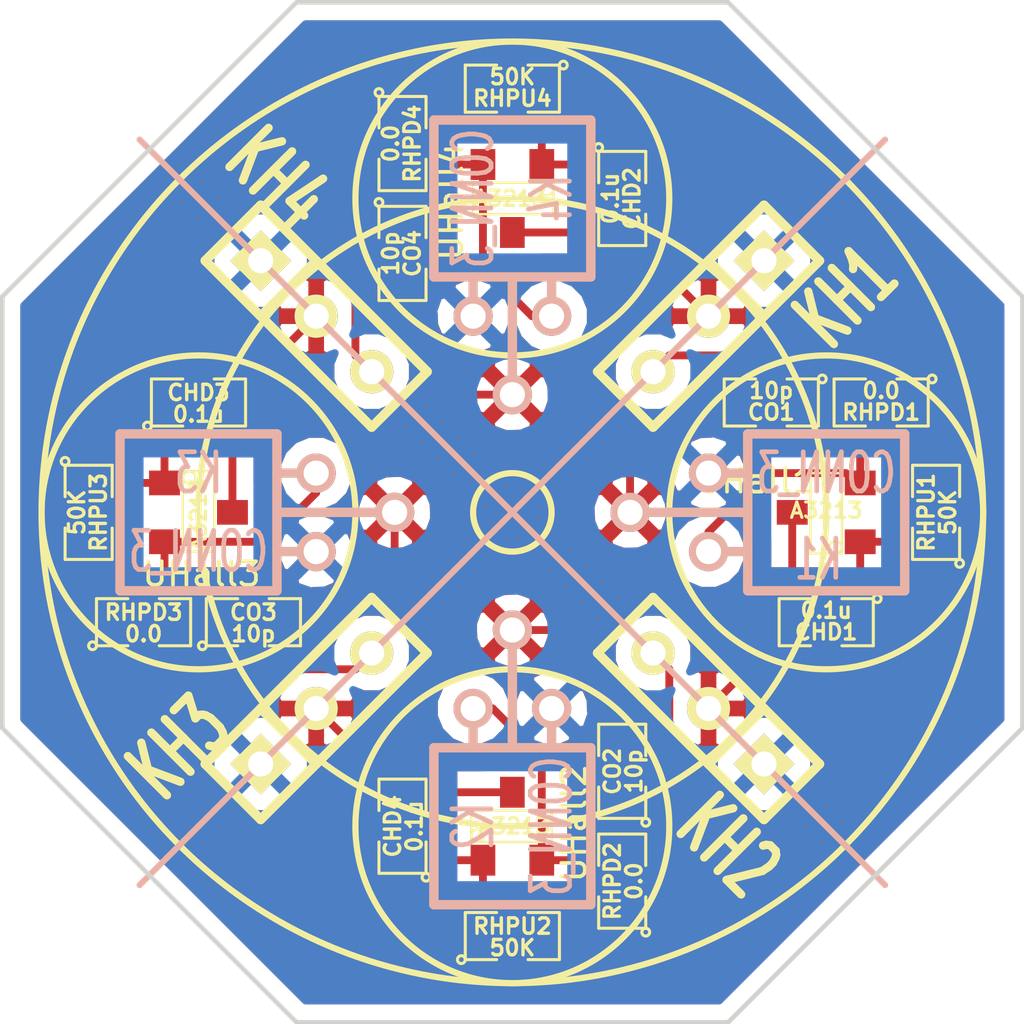
<source format=kicad_pcb>
(kicad_pcb (version 3) (host pcbnew "(2013-mar-25)-stable")

  (general
    (links 58)
    (no_connects 0)
    (area 34.214999 34.214999 67.385001 67.385001)
    (thickness 1.6)
    (drawings 20)
    (tracks 104)
    (zones 0)
    (modules 28)
    (nets 11)
  )

  (page USLetter)
  (layers
    (15 F.Cu signal)
    (0 B.Cu signal)
    (16 B.Adhes user)
    (17 F.Adhes user)
    (18 B.Paste user)
    (19 F.Paste user)
    (20 B.SilkS user)
    (21 F.SilkS user)
    (22 B.Mask user)
    (23 F.Mask user)
    (24 Dwgs.User user)
    (25 Cmts.User user)
    (26 Eco1.User user)
    (27 Eco2.User user)
    (28 Edge.Cuts user)
  )

  (setup
    (last_trace_width 0.254)
    (trace_clearance 0.254)
    (zone_clearance 0.508)
    (zone_45_only no)
    (trace_min 0.1524)
    (segment_width 0.2)
    (edge_width 0.15)
    (via_size 0.889)
    (via_drill 0.635)
    (via_min_size 0.889)
    (via_min_drill 0.508)
    (uvia_size 0.508)
    (uvia_drill 0.127)
    (uvias_allowed no)
    (uvia_min_size 0.508)
    (uvia_min_drill 0.127)
    (pcb_text_width 0.3)
    (pcb_text_size 1 1)
    (mod_edge_width 0.15)
    (mod_text_size 1 1)
    (mod_text_width 0.15)
    (pad_size 1 1)
    (pad_drill 0.6)
    (pad_to_mask_clearance 0)
    (aux_axis_origin 50.8 50.8)
    (visible_elements 7FFFFFFF)
    (pcbplotparams
      (layerselection 271613953)
      (usegerberextensions false)
      (excludeedgelayer true)
      (linewidth 0)
      (plotframeref false)
      (viasonmask false)
      (mode 1)
      (useauxorigin false)
      (hpglpennumber 1)
      (hpglpenspeed 20)
      (hpglpendiameter 15)
      (hpglpenoverlay 2)
      (psnegative false)
      (psa4output false)
      (plotreference true)
      (plotvalue true)
      (plotothertext true)
      (plotinvisibletext false)
      (padsonsilk false)
      (subtractmaskfromsilk false)
      (outputformat 3)
      (mirror false)
      (drillshape 0)
      (scaleselection 1)
      (outputdirectory DXF/))
  )

  (net 0 "")
  (net 1 +5V)
  (net 2 /hall1)
  (net 3 /hall2)
  (net 4 /hall3)
  (net 5 /hall4)
  (net 6 /vho1)
  (net 7 /vho2)
  (net 8 /vho3)
  (net 9 /vho4)
  (net 10 GND)

  (net_class Default "This is the default net class."
    (clearance 0.254)
    (trace_width 0.254)
    (via_dia 0.889)
    (via_drill 0.635)
    (uvia_dia 0.508)
    (uvia_drill 0.127)
    (add_net "")
    (add_net +5V)
    (add_net /hall1)
    (add_net /hall2)
    (add_net /hall3)
    (add_net /hall4)
    (add_net /vho1)
    (add_net /vho2)
    (add_net /vho3)
    (add_net /vho4)
    (add_net GND)
  )

  (net_class "OSHPark Minimum" ""
    (clearance 0.1524)
    (trace_width 0.1524)
    (via_dia 0.889)
    (via_drill 0.635)
    (uvia_dia 0.508)
    (uvia_drill 0.3302)
  )

  (module SM0805 (layer F.Cu) (tedit 5091495C) (tstamp 524450BF)
    (at 47.244 42.418 270)
    (path /524444BC)
    (attr smd)
    (fp_text reference CO4 (at 0 -0.3175 270) (layer F.SilkS)
      (effects (font (size 0.50038 0.50038) (thickness 0.10922)))
    )
    (fp_text value 10p (at 0 0.381 270) (layer F.SilkS)
      (effects (font (size 0.50038 0.50038) (thickness 0.10922)))
    )
    (fp_circle (center -1.651 0.762) (end -1.651 0.635) (layer F.SilkS) (width 0.09906))
    (fp_line (start -0.508 0.762) (end -1.524 0.762) (layer F.SilkS) (width 0.09906))
    (fp_line (start -1.524 0.762) (end -1.524 -0.762) (layer F.SilkS) (width 0.09906))
    (fp_line (start -1.524 -0.762) (end -0.508 -0.762) (layer F.SilkS) (width 0.09906))
    (fp_line (start 0.508 -0.762) (end 1.524 -0.762) (layer F.SilkS) (width 0.09906))
    (fp_line (start 1.524 -0.762) (end 1.524 0.762) (layer F.SilkS) (width 0.09906))
    (fp_line (start 1.524 0.762) (end 0.508 0.762) (layer F.SilkS) (width 0.09906))
    (pad 1 smd rect (at -0.9525 0 270) (size 0.889 1.397)
      (layers F.Cu F.Paste F.Mask)
      (net 9 /vho4)
    )
    (pad 2 smd rect (at 0.9525 0 270) (size 0.889 1.397)
      (layers F.Cu F.Paste F.Mask)
      (net 10 GND)
    )
    (model smd/chip_cms.wrl
      (at (xyz 0 0 0))
      (scale (xyz 0.1 0.1 0.1))
      (rotate (xyz 0 0 0))
    )
  )

  (module SM0805 (layer F.Cu) (tedit 5091495C) (tstamp 524450CC)
    (at 42.418 54.356)
    (path /524444B6)
    (attr smd)
    (fp_text reference CO3 (at 0 -0.3175) (layer F.SilkS)
      (effects (font (size 0.50038 0.50038) (thickness 0.10922)))
    )
    (fp_text value 10p (at 0 0.381) (layer F.SilkS)
      (effects (font (size 0.50038 0.50038) (thickness 0.10922)))
    )
    (fp_circle (center -1.651 0.762) (end -1.651 0.635) (layer F.SilkS) (width 0.09906))
    (fp_line (start -0.508 0.762) (end -1.524 0.762) (layer F.SilkS) (width 0.09906))
    (fp_line (start -1.524 0.762) (end -1.524 -0.762) (layer F.SilkS) (width 0.09906))
    (fp_line (start -1.524 -0.762) (end -0.508 -0.762) (layer F.SilkS) (width 0.09906))
    (fp_line (start 0.508 -0.762) (end 1.524 -0.762) (layer F.SilkS) (width 0.09906))
    (fp_line (start 1.524 -0.762) (end 1.524 0.762) (layer F.SilkS) (width 0.09906))
    (fp_line (start 1.524 0.762) (end 0.508 0.762) (layer F.SilkS) (width 0.09906))
    (pad 1 smd rect (at -0.9525 0) (size 0.889 1.397)
      (layers F.Cu F.Paste F.Mask)
      (net 8 /vho3)
    )
    (pad 2 smd rect (at 0.9525 0) (size 0.889 1.397)
      (layers F.Cu F.Paste F.Mask)
      (net 10 GND)
    )
    (model smd/chip_cms.wrl
      (at (xyz 0 0 0))
      (scale (xyz 0.1 0.1 0.1))
      (rotate (xyz 0 0 0))
    )
  )

  (module SM0805 (layer F.Cu) (tedit 5091495C) (tstamp 524450D9)
    (at 54.356 59.182 90)
    (path /524444B0)
    (attr smd)
    (fp_text reference CO2 (at 0 -0.3175 90) (layer F.SilkS)
      (effects (font (size 0.50038 0.50038) (thickness 0.10922)))
    )
    (fp_text value 10p (at 0 0.381 90) (layer F.SilkS)
      (effects (font (size 0.50038 0.50038) (thickness 0.10922)))
    )
    (fp_circle (center -1.651 0.762) (end -1.651 0.635) (layer F.SilkS) (width 0.09906))
    (fp_line (start -0.508 0.762) (end -1.524 0.762) (layer F.SilkS) (width 0.09906))
    (fp_line (start -1.524 0.762) (end -1.524 -0.762) (layer F.SilkS) (width 0.09906))
    (fp_line (start -1.524 -0.762) (end -0.508 -0.762) (layer F.SilkS) (width 0.09906))
    (fp_line (start 0.508 -0.762) (end 1.524 -0.762) (layer F.SilkS) (width 0.09906))
    (fp_line (start 1.524 -0.762) (end 1.524 0.762) (layer F.SilkS) (width 0.09906))
    (fp_line (start 1.524 0.762) (end 0.508 0.762) (layer F.SilkS) (width 0.09906))
    (pad 1 smd rect (at -0.9525 0 90) (size 0.889 1.397)
      (layers F.Cu F.Paste F.Mask)
      (net 7 /vho2)
    )
    (pad 2 smd rect (at 0.9525 0 90) (size 0.889 1.397)
      (layers F.Cu F.Paste F.Mask)
      (net 10 GND)
    )
    (model smd/chip_cms.wrl
      (at (xyz 0 0 0))
      (scale (xyz 0.1 0.1 0.1))
      (rotate (xyz 0 0 0))
    )
  )

  (module SM0805 (layer F.Cu) (tedit 5091495C) (tstamp 524450E6)
    (at 59.182 47.244 180)
    (path /524444A3)
    (attr smd)
    (fp_text reference CO1 (at 0 -0.3175 180) (layer F.SilkS)
      (effects (font (size 0.50038 0.50038) (thickness 0.10922)))
    )
    (fp_text value 10p (at 0 0.381 180) (layer F.SilkS)
      (effects (font (size 0.50038 0.50038) (thickness 0.10922)))
    )
    (fp_circle (center -1.651 0.762) (end -1.651 0.635) (layer F.SilkS) (width 0.09906))
    (fp_line (start -0.508 0.762) (end -1.524 0.762) (layer F.SilkS) (width 0.09906))
    (fp_line (start -1.524 0.762) (end -1.524 -0.762) (layer F.SilkS) (width 0.09906))
    (fp_line (start -1.524 -0.762) (end -0.508 -0.762) (layer F.SilkS) (width 0.09906))
    (fp_line (start 0.508 -0.762) (end 1.524 -0.762) (layer F.SilkS) (width 0.09906))
    (fp_line (start 1.524 -0.762) (end 1.524 0.762) (layer F.SilkS) (width 0.09906))
    (fp_line (start 1.524 0.762) (end 0.508 0.762) (layer F.SilkS) (width 0.09906))
    (pad 1 smd rect (at -0.9525 0 180) (size 0.889 1.397)
      (layers F.Cu F.Paste F.Mask)
      (net 6 /vho1)
    )
    (pad 2 smd rect (at 0.9525 0 180) (size 0.889 1.397)
      (layers F.Cu F.Paste F.Mask)
      (net 10 GND)
    )
    (model smd/chip_cms.wrl
      (at (xyz 0 0 0))
      (scale (xyz 0.1 0.1 0.1))
      (rotate (xyz 0 0 0))
    )
  )

  (module SM0805 (layer F.Cu) (tedit 5091495C) (tstamp 524450F3)
    (at 47.244 38.862 270)
    (path /52444296)
    (attr smd)
    (fp_text reference RHPD4 (at 0 -0.3175 270) (layer F.SilkS)
      (effects (font (size 0.50038 0.50038) (thickness 0.10922)))
    )
    (fp_text value 0.0 (at 0 0.381 270) (layer F.SilkS)
      (effects (font (size 0.50038 0.50038) (thickness 0.10922)))
    )
    (fp_circle (center -1.651 0.762) (end -1.651 0.635) (layer F.SilkS) (width 0.09906))
    (fp_line (start -0.508 0.762) (end -1.524 0.762) (layer F.SilkS) (width 0.09906))
    (fp_line (start -1.524 0.762) (end -1.524 -0.762) (layer F.SilkS) (width 0.09906))
    (fp_line (start -1.524 -0.762) (end -0.508 -0.762) (layer F.SilkS) (width 0.09906))
    (fp_line (start 0.508 -0.762) (end 1.524 -0.762) (layer F.SilkS) (width 0.09906))
    (fp_line (start 1.524 -0.762) (end 1.524 0.762) (layer F.SilkS) (width 0.09906))
    (fp_line (start 1.524 0.762) (end 0.508 0.762) (layer F.SilkS) (width 0.09906))
    (pad 1 smd rect (at -0.9525 0 270) (size 0.889 1.397)
      (layers F.Cu F.Paste F.Mask)
      (net 9 /vho4)
    )
    (pad 2 smd rect (at 0.9525 0 270) (size 0.889 1.397)
      (layers F.Cu F.Paste F.Mask)
      (net 5 /hall4)
    )
    (model smd/chip_cms.wrl
      (at (xyz 0 0 0))
      (scale (xyz 0.1 0.1 0.1))
      (rotate (xyz 0 0 0))
    )
  )

  (module SM0805 (layer F.Cu) (tedit 5091495C) (tstamp 52445100)
    (at 38.862 54.356)
    (path /52444287)
    (attr smd)
    (fp_text reference RHPD3 (at 0 -0.3175) (layer F.SilkS)
      (effects (font (size 0.50038 0.50038) (thickness 0.10922)))
    )
    (fp_text value 0.0 (at 0 0.381) (layer F.SilkS)
      (effects (font (size 0.50038 0.50038) (thickness 0.10922)))
    )
    (fp_circle (center -1.651 0.762) (end -1.651 0.635) (layer F.SilkS) (width 0.09906))
    (fp_line (start -0.508 0.762) (end -1.524 0.762) (layer F.SilkS) (width 0.09906))
    (fp_line (start -1.524 0.762) (end -1.524 -0.762) (layer F.SilkS) (width 0.09906))
    (fp_line (start -1.524 -0.762) (end -0.508 -0.762) (layer F.SilkS) (width 0.09906))
    (fp_line (start 0.508 -0.762) (end 1.524 -0.762) (layer F.SilkS) (width 0.09906))
    (fp_line (start 1.524 -0.762) (end 1.524 0.762) (layer F.SilkS) (width 0.09906))
    (fp_line (start 1.524 0.762) (end 0.508 0.762) (layer F.SilkS) (width 0.09906))
    (pad 1 smd rect (at -0.9525 0) (size 0.889 1.397)
      (layers F.Cu F.Paste F.Mask)
      (net 8 /vho3)
    )
    (pad 2 smd rect (at 0.9525 0) (size 0.889 1.397)
      (layers F.Cu F.Paste F.Mask)
      (net 4 /hall3)
    )
    (model smd/chip_cms.wrl
      (at (xyz 0 0 0))
      (scale (xyz 0.1 0.1 0.1))
      (rotate (xyz 0 0 0))
    )
  )

  (module SM0805 (layer F.Cu) (tedit 5091495C) (tstamp 5244510D)
    (at 54.356 62.738 90)
    (path /52444278)
    (attr smd)
    (fp_text reference RHPD2 (at 0 -0.3175 90) (layer F.SilkS)
      (effects (font (size 0.50038 0.50038) (thickness 0.10922)))
    )
    (fp_text value 0.0 (at 0 0.381 90) (layer F.SilkS)
      (effects (font (size 0.50038 0.50038) (thickness 0.10922)))
    )
    (fp_circle (center -1.651 0.762) (end -1.651 0.635) (layer F.SilkS) (width 0.09906))
    (fp_line (start -0.508 0.762) (end -1.524 0.762) (layer F.SilkS) (width 0.09906))
    (fp_line (start -1.524 0.762) (end -1.524 -0.762) (layer F.SilkS) (width 0.09906))
    (fp_line (start -1.524 -0.762) (end -0.508 -0.762) (layer F.SilkS) (width 0.09906))
    (fp_line (start 0.508 -0.762) (end 1.524 -0.762) (layer F.SilkS) (width 0.09906))
    (fp_line (start 1.524 -0.762) (end 1.524 0.762) (layer F.SilkS) (width 0.09906))
    (fp_line (start 1.524 0.762) (end 0.508 0.762) (layer F.SilkS) (width 0.09906))
    (pad 1 smd rect (at -0.9525 0 90) (size 0.889 1.397)
      (layers F.Cu F.Paste F.Mask)
      (net 7 /vho2)
    )
    (pad 2 smd rect (at 0.9525 0 90) (size 0.889 1.397)
      (layers F.Cu F.Paste F.Mask)
      (net 3 /hall2)
    )
    (model smd/chip_cms.wrl
      (at (xyz 0 0 0))
      (scale (xyz 0.1 0.1 0.1))
      (rotate (xyz 0 0 0))
    )
  )

  (module SM0805 (layer F.Cu) (tedit 5091495C) (tstamp 5244511A)
    (at 62.738 47.244 180)
    (path /52444269)
    (attr smd)
    (fp_text reference RHPD1 (at 0 -0.3175 180) (layer F.SilkS)
      (effects (font (size 0.50038 0.50038) (thickness 0.10922)))
    )
    (fp_text value 0.0 (at 0 0.381 180) (layer F.SilkS)
      (effects (font (size 0.50038 0.50038) (thickness 0.10922)))
    )
    (fp_circle (center -1.651 0.762) (end -1.651 0.635) (layer F.SilkS) (width 0.09906))
    (fp_line (start -0.508 0.762) (end -1.524 0.762) (layer F.SilkS) (width 0.09906))
    (fp_line (start -1.524 0.762) (end -1.524 -0.762) (layer F.SilkS) (width 0.09906))
    (fp_line (start -1.524 -0.762) (end -0.508 -0.762) (layer F.SilkS) (width 0.09906))
    (fp_line (start 0.508 -0.762) (end 1.524 -0.762) (layer F.SilkS) (width 0.09906))
    (fp_line (start 1.524 -0.762) (end 1.524 0.762) (layer F.SilkS) (width 0.09906))
    (fp_line (start 1.524 0.762) (end 0.508 0.762) (layer F.SilkS) (width 0.09906))
    (pad 1 smd rect (at -0.9525 0 180) (size 0.889 1.397)
      (layers F.Cu F.Paste F.Mask)
      (net 6 /vho1)
    )
    (pad 2 smd rect (at 0.9525 0 180) (size 0.889 1.397)
      (layers F.Cu F.Paste F.Mask)
      (net 2 /hall1)
    )
    (model smd/chip_cms.wrl
      (at (xyz 0 0 0))
      (scale (xyz 0.1 0.1 0.1))
      (rotate (xyz 0 0 0))
    )
  )

  (module SM0805 (layer F.Cu) (tedit 5091495C) (tstamp 52445127)
    (at 50.8 37.084 180)
    (path /52444100)
    (attr smd)
    (fp_text reference RHPU4 (at 0 -0.3175 180) (layer F.SilkS)
      (effects (font (size 0.50038 0.50038) (thickness 0.10922)))
    )
    (fp_text value 50K (at 0 0.381 180) (layer F.SilkS)
      (effects (font (size 0.50038 0.50038) (thickness 0.10922)))
    )
    (fp_circle (center -1.651 0.762) (end -1.651 0.635) (layer F.SilkS) (width 0.09906))
    (fp_line (start -0.508 0.762) (end -1.524 0.762) (layer F.SilkS) (width 0.09906))
    (fp_line (start -1.524 0.762) (end -1.524 -0.762) (layer F.SilkS) (width 0.09906))
    (fp_line (start -1.524 -0.762) (end -0.508 -0.762) (layer F.SilkS) (width 0.09906))
    (fp_line (start 0.508 -0.762) (end 1.524 -0.762) (layer F.SilkS) (width 0.09906))
    (fp_line (start 1.524 -0.762) (end 1.524 0.762) (layer F.SilkS) (width 0.09906))
    (fp_line (start 1.524 0.762) (end 0.508 0.762) (layer F.SilkS) (width 0.09906))
    (pad 1 smd rect (at -0.9525 0 180) (size 0.889 1.397)
      (layers F.Cu F.Paste F.Mask)
      (net 1 +5V)
    )
    (pad 2 smd rect (at 0.9525 0 180) (size 0.889 1.397)
      (layers F.Cu F.Paste F.Mask)
      (net 9 /vho4)
    )
    (model smd/chip_cms.wrl
      (at (xyz 0 0 0))
      (scale (xyz 0.1 0.1 0.1))
      (rotate (xyz 0 0 0))
    )
  )

  (module SM0805 (layer F.Cu) (tedit 5091495C) (tstamp 52445134)
    (at 37.084 50.8 270)
    (path /524440FA)
    (attr smd)
    (fp_text reference RHPU3 (at 0 -0.3175 270) (layer F.SilkS)
      (effects (font (size 0.50038 0.50038) (thickness 0.10922)))
    )
    (fp_text value 50K (at 0 0.381 270) (layer F.SilkS)
      (effects (font (size 0.50038 0.50038) (thickness 0.10922)))
    )
    (fp_circle (center -1.651 0.762) (end -1.651 0.635) (layer F.SilkS) (width 0.09906))
    (fp_line (start -0.508 0.762) (end -1.524 0.762) (layer F.SilkS) (width 0.09906))
    (fp_line (start -1.524 0.762) (end -1.524 -0.762) (layer F.SilkS) (width 0.09906))
    (fp_line (start -1.524 -0.762) (end -0.508 -0.762) (layer F.SilkS) (width 0.09906))
    (fp_line (start 0.508 -0.762) (end 1.524 -0.762) (layer F.SilkS) (width 0.09906))
    (fp_line (start 1.524 -0.762) (end 1.524 0.762) (layer F.SilkS) (width 0.09906))
    (fp_line (start 1.524 0.762) (end 0.508 0.762) (layer F.SilkS) (width 0.09906))
    (pad 1 smd rect (at -0.9525 0 270) (size 0.889 1.397)
      (layers F.Cu F.Paste F.Mask)
      (net 1 +5V)
    )
    (pad 2 smd rect (at 0.9525 0 270) (size 0.889 1.397)
      (layers F.Cu F.Paste F.Mask)
      (net 8 /vho3)
    )
    (model smd/chip_cms.wrl
      (at (xyz 0 0 0))
      (scale (xyz 0.1 0.1 0.1))
      (rotate (xyz 0 0 0))
    )
  )

  (module SM0805 (layer F.Cu) (tedit 5091495C) (tstamp 52445141)
    (at 50.8 64.516)
    (path /524440F4)
    (attr smd)
    (fp_text reference RHPU2 (at 0 -0.3175) (layer F.SilkS)
      (effects (font (size 0.50038 0.50038) (thickness 0.10922)))
    )
    (fp_text value 50K (at 0 0.381) (layer F.SilkS)
      (effects (font (size 0.50038 0.50038) (thickness 0.10922)))
    )
    (fp_circle (center -1.651 0.762) (end -1.651 0.635) (layer F.SilkS) (width 0.09906))
    (fp_line (start -0.508 0.762) (end -1.524 0.762) (layer F.SilkS) (width 0.09906))
    (fp_line (start -1.524 0.762) (end -1.524 -0.762) (layer F.SilkS) (width 0.09906))
    (fp_line (start -1.524 -0.762) (end -0.508 -0.762) (layer F.SilkS) (width 0.09906))
    (fp_line (start 0.508 -0.762) (end 1.524 -0.762) (layer F.SilkS) (width 0.09906))
    (fp_line (start 1.524 -0.762) (end 1.524 0.762) (layer F.SilkS) (width 0.09906))
    (fp_line (start 1.524 0.762) (end 0.508 0.762) (layer F.SilkS) (width 0.09906))
    (pad 1 smd rect (at -0.9525 0) (size 0.889 1.397)
      (layers F.Cu F.Paste F.Mask)
      (net 1 +5V)
    )
    (pad 2 smd rect (at 0.9525 0) (size 0.889 1.397)
      (layers F.Cu F.Paste F.Mask)
      (net 7 /vho2)
    )
    (model smd/chip_cms.wrl
      (at (xyz 0 0 0))
      (scale (xyz 0.1 0.1 0.1))
      (rotate (xyz 0 0 0))
    )
  )

  (module SM0805 (layer F.Cu) (tedit 5091495C) (tstamp 5244514E)
    (at 64.516 50.8 90)
    (path /524440E7)
    (attr smd)
    (fp_text reference RHPU1 (at 0 -0.3175 90) (layer F.SilkS)
      (effects (font (size 0.50038 0.50038) (thickness 0.10922)))
    )
    (fp_text value 50K (at 0 0.381 90) (layer F.SilkS)
      (effects (font (size 0.50038 0.50038) (thickness 0.10922)))
    )
    (fp_circle (center -1.651 0.762) (end -1.651 0.635) (layer F.SilkS) (width 0.09906))
    (fp_line (start -0.508 0.762) (end -1.524 0.762) (layer F.SilkS) (width 0.09906))
    (fp_line (start -1.524 0.762) (end -1.524 -0.762) (layer F.SilkS) (width 0.09906))
    (fp_line (start -1.524 -0.762) (end -0.508 -0.762) (layer F.SilkS) (width 0.09906))
    (fp_line (start 0.508 -0.762) (end 1.524 -0.762) (layer F.SilkS) (width 0.09906))
    (fp_line (start 1.524 -0.762) (end 1.524 0.762) (layer F.SilkS) (width 0.09906))
    (fp_line (start 1.524 0.762) (end 0.508 0.762) (layer F.SilkS) (width 0.09906))
    (pad 1 smd rect (at -0.9525 0 90) (size 0.889 1.397)
      (layers F.Cu F.Paste F.Mask)
      (net 1 +5V)
    )
    (pad 2 smd rect (at 0.9525 0 90) (size 0.889 1.397)
      (layers F.Cu F.Paste F.Mask)
      (net 6 /vho1)
    )
    (model smd/chip_cms.wrl
      (at (xyz 0 0 0))
      (scale (xyz 0.1 0.1 0.1))
      (rotate (xyz 0 0 0))
    )
  )

  (module SOT23-SPECIAL (layer F.Cu) (tedit 52448C6B) (tstamp 52445055)
    (at 60.96 50.8 90)
    (descr "SZOT23 with PIN 2 and 3 swapped, for Diodes")
    (tags SOT23)
    (path /5244347B)
    (attr smd)
    (fp_text reference UHall1 (at 1.016 -2.286 180) (layer F.SilkS)
      (effects (font (size 0.762 0.762) (thickness 0.11938)))
    )
    (fp_text value A3213 (at 0.0635 0 180) (layer F.SilkS)
      (effects (font (size 0.50038 0.50038) (thickness 0.09906)))
    )
    (fp_circle (center -1.12522 0.29972) (end -1.12522 0.50038) (layer F.SilkS) (width 0.07874))
    (fp_line (start 1.27 -0.508) (end 1.27 0.508) (layer F.SilkS) (width 0.07874))
    (fp_line (start -1.3335 -0.508) (end -1.3335 0.508) (layer F.SilkS) (width 0.07874))
    (fp_line (start 1.27 0.508) (end -1.3335 0.508) (layer F.SilkS) (width 0.07874))
    (fp_line (start -1.3335 -0.508) (end 1.27 -0.508) (layer F.SilkS) (width 0.07874))
    (pad 2 smd rect (at 0 -1.09982 90) (size 0.8001 1.00076)
      (layers F.Cu F.Paste F.Mask)
      (net 10 GND)
    )
    (pad 3 smd rect (at 0.9525 1.09982 90) (size 0.8001 1.00076)
      (layers F.Cu F.Paste F.Mask)
      (net 2 /hall1)
    )
    (pad 1 smd rect (at -0.9525 1.09982 90) (size 0.8001 1.00076)
      (layers F.Cu F.Paste F.Mask)
      (net 1 +5V)
    )
    (model smd\SOT23_3.wrl
      (at (xyz 0 0 0))
      (scale (xyz 0.4 0.4 0.4))
      (rotate (xyz 0 0 180))
    )
  )

  (module SOT23-SPECIAL (layer F.Cu) (tedit 5051A6A7) (tstamp 52445064)
    (at 50.8 60.96)
    (descr "SZOT23 with PIN 2 and 3 swapped, for Diodes")
    (tags SOT23)
    (path /52443498)
    (attr smd)
    (fp_text reference UHall2 (at 1.99898 -0.09906 90) (layer F.SilkS)
      (effects (font (size 0.762 0.762) (thickness 0.11938)))
    )
    (fp_text value A3213 (at 0.0635 0) (layer F.SilkS)
      (effects (font (size 0.50038 0.50038) (thickness 0.09906)))
    )
    (fp_circle (center -1.12522 0.29972) (end -1.12522 0.50038) (layer F.SilkS) (width 0.07874))
    (fp_line (start 1.27 -0.508) (end 1.27 0.508) (layer F.SilkS) (width 0.07874))
    (fp_line (start -1.3335 -0.508) (end -1.3335 0.508) (layer F.SilkS) (width 0.07874))
    (fp_line (start 1.27 0.508) (end -1.3335 0.508) (layer F.SilkS) (width 0.07874))
    (fp_line (start -1.3335 -0.508) (end 1.27 -0.508) (layer F.SilkS) (width 0.07874))
    (pad 2 smd rect (at 0 -1.09982) (size 0.8001 1.00076)
      (layers F.Cu F.Paste F.Mask)
      (net 10 GND)
    )
    (pad 3 smd rect (at 0.9525 1.09982) (size 0.8001 1.00076)
      (layers F.Cu F.Paste F.Mask)
      (net 3 /hall2)
    )
    (pad 1 smd rect (at -0.9525 1.09982) (size 0.8001 1.00076)
      (layers F.Cu F.Paste F.Mask)
      (net 1 +5V)
    )
    (model smd\SOT23_3.wrl
      (at (xyz 0 0 0))
      (scale (xyz 0.4 0.4 0.4))
      (rotate (xyz 0 0 180))
    )
  )

  (module SOT23-SPECIAL (layer F.Cu) (tedit 5051A6A7) (tstamp 52446C24)
    (at 40.64 50.8 270)
    (descr "SZOT23 with PIN 2 and 3 swapped, for Diodes")
    (tags SOT23)
    (path /52443B59)
    (attr smd)
    (fp_text reference UHall3 (at 1.99898 -0.09906 360) (layer F.SilkS)
      (effects (font (size 0.762 0.762) (thickness 0.11938)))
    )
    (fp_text value A3213 (at 0.0635 0 270) (layer F.SilkS)
      (effects (font (size 0.50038 0.50038) (thickness 0.09906)))
    )
    (fp_circle (center -1.12522 0.29972) (end -1.12522 0.50038) (layer F.SilkS) (width 0.07874))
    (fp_line (start 1.27 -0.508) (end 1.27 0.508) (layer F.SilkS) (width 0.07874))
    (fp_line (start -1.3335 -0.508) (end -1.3335 0.508) (layer F.SilkS) (width 0.07874))
    (fp_line (start 1.27 0.508) (end -1.3335 0.508) (layer F.SilkS) (width 0.07874))
    (fp_line (start -1.3335 -0.508) (end 1.27 -0.508) (layer F.SilkS) (width 0.07874))
    (pad 2 smd rect (at 0 -1.09982 270) (size 0.8001 1.00076)
      (layers F.Cu F.Paste F.Mask)
      (net 10 GND)
    )
    (pad 3 smd rect (at 0.9525 1.09982 270) (size 0.8001 1.00076)
      (layers F.Cu F.Paste F.Mask)
      (net 4 /hall3)
    )
    (pad 1 smd rect (at -0.9525 1.09982 270) (size 0.8001 1.00076)
      (layers F.Cu F.Paste F.Mask)
      (net 1 +5V)
    )
    (model smd\SOT23_3.wrl
      (at (xyz 0 0 0))
      (scale (xyz 0.4 0.4 0.4))
      (rotate (xyz 0 0 180))
    )
  )

  (module SOT23-SPECIAL (layer F.Cu) (tedit 5051A6A7) (tstamp 52446C06)
    (at 50.8 40.64 180)
    (descr "SZOT23 with PIN 2 and 3 swapped, for Diodes")
    (tags SOT23)
    (path /52443BB5)
    (attr smd)
    (fp_text reference UHall4 (at 1.99898 -0.09906 270) (layer F.SilkS)
      (effects (font (size 0.762 0.762) (thickness 0.11938)))
    )
    (fp_text value A3213 (at 0.0635 0 180) (layer F.SilkS)
      (effects (font (size 0.50038 0.50038) (thickness 0.09906)))
    )
    (fp_circle (center -1.12522 0.29972) (end -1.12522 0.50038) (layer F.SilkS) (width 0.07874))
    (fp_line (start 1.27 -0.508) (end 1.27 0.508) (layer F.SilkS) (width 0.07874))
    (fp_line (start -1.3335 -0.508) (end -1.3335 0.508) (layer F.SilkS) (width 0.07874))
    (fp_line (start 1.27 0.508) (end -1.3335 0.508) (layer F.SilkS) (width 0.07874))
    (fp_line (start -1.3335 -0.508) (end 1.27 -0.508) (layer F.SilkS) (width 0.07874))
    (pad 2 smd rect (at 0 -1.09982 180) (size 0.8001 1.00076)
      (layers F.Cu F.Paste F.Mask)
      (net 10 GND)
    )
    (pad 3 smd rect (at 0.9525 1.09982 180) (size 0.8001 1.00076)
      (layers F.Cu F.Paste F.Mask)
      (net 5 /hall4)
    )
    (pad 1 smd rect (at -0.9525 1.09982 180) (size 0.8001 1.00076)
      (layers F.Cu F.Paste F.Mask)
      (net 1 +5V)
    )
    (model smd\SOT23_3.wrl
      (at (xyz 0 0 0))
      (scale (xyz 0.4 0.4 0.4))
      (rotate (xyz 0 0 180))
    )
  )

  (module SIL-3 (layer F.Cu) (tedit 5244E312) (tstamp 5244DDEE)
    (at 57.15 44.45 225)
    (descr "Connecteur 3 pins")
    (tags "CONN DEV")
    (path /5244802B)
    (fp_text reference KH1 (at -3.592102 -2.694077 225) (layer F.SilkS)
      (effects (font (size 1.7907 1.07696) (thickness 0.3048)))
    )
    (fp_text value CONN_3 (at 0 -2.54 225) (layer F.SilkS) hide
      (effects (font (size 1.524 1.016) (thickness 0.3048)))
    )
    (fp_line (start -3.81 1.27) (end -3.81 -1.27) (layer F.SilkS) (width 0.3048))
    (fp_line (start -3.81 -1.27) (end 3.81 -1.27) (layer F.SilkS) (width 0.3048))
    (fp_line (start 3.81 -1.27) (end 3.81 1.27) (layer F.SilkS) (width 0.3048))
    (fp_line (start 3.81 1.27) (end -3.81 1.27) (layer F.SilkS) (width 0.3048))
    (fp_line (start -1.27 -1.27) (end -1.27 1.27) (layer F.SilkS) (width 0.3048))
    (pad 1 thru_hole rect (at -2.54 0 225) (size 1.397 1.397) (drill 0.8128)
      (layers *.Cu *.Mask F.SilkS)
      (net 1 +5V)
    )
    (pad 2 thru_hole circle (at 0 0 225) (size 1.397 1.397) (drill 0.8128)
      (layers *.Cu *.Mask F.SilkS)
      (net 10 GND)
    )
    (pad 3 thru_hole circle (at 2.54 0 225) (size 1.397 1.397) (drill 0.8128)
      (layers *.Cu *.Mask F.SilkS)
      (net 6 /vho1)
    )
  )

  (module SIL-3 (layer F.Cu) (tedit 5244E316) (tstamp 5244E26A)
    (at 57.15 57.15 135)
    (descr "Connecteur 3 pins")
    (tags "CONN DEV")
    (path /52448038)
    (fp_text reference KH2 (at -3.592102 -2.694077 135) (layer F.SilkS)
      (effects (font (size 1.7907 1.07696) (thickness 0.3048)))
    )
    (fp_text value CONN_3 (at 0 -2.54 135) (layer F.SilkS) hide
      (effects (font (size 1.524 1.016) (thickness 0.3048)))
    )
    (fp_line (start -3.81 1.27) (end -3.81 -1.27) (layer F.SilkS) (width 0.3048))
    (fp_line (start -3.81 -1.27) (end 3.81 -1.27) (layer F.SilkS) (width 0.3048))
    (fp_line (start 3.81 -1.27) (end 3.81 1.27) (layer F.SilkS) (width 0.3048))
    (fp_line (start 3.81 1.27) (end -3.81 1.27) (layer F.SilkS) (width 0.3048))
    (fp_line (start -1.27 -1.27) (end -1.27 1.27) (layer F.SilkS) (width 0.3048))
    (pad 1 thru_hole rect (at -2.54 0 135) (size 1.397 1.397) (drill 0.8128)
      (layers *.Cu *.Mask F.SilkS)
      (net 1 +5V)
    )
    (pad 2 thru_hole circle (at 0 0 135) (size 1.397 1.397) (drill 0.8128)
      (layers *.Cu *.Mask F.SilkS)
      (net 10 GND)
    )
    (pad 3 thru_hole circle (at 2.54 0 135) (size 1.397 1.397) (drill 0.8128)
      (layers *.Cu *.Mask F.SilkS)
      (net 7 /vho2)
    )
  )

  (module SIL-3 (layer F.Cu) (tedit 5244E33B) (tstamp 52448031)
    (at 44.45 57.15 45)
    (descr "Connecteur 3 pins")
    (tags "CONN DEV")
    (path /5244803E)
    (fp_text reference KH3 (at -4.041115 -2.245064 45) (layer F.SilkS)
      (effects (font (size 1.7907 1.07696) (thickness 0.3048)))
    )
    (fp_text value CONN_3 (at 0 -2.54 45) (layer F.SilkS) hide
      (effects (font (size 1.524 1.016) (thickness 0.3048)))
    )
    (fp_line (start -3.81 1.27) (end -3.81 -1.27) (layer F.SilkS) (width 0.3048))
    (fp_line (start -3.81 -1.27) (end 3.81 -1.27) (layer F.SilkS) (width 0.3048))
    (fp_line (start 3.81 -1.27) (end 3.81 1.27) (layer F.SilkS) (width 0.3048))
    (fp_line (start 3.81 1.27) (end -3.81 1.27) (layer F.SilkS) (width 0.3048))
    (fp_line (start -1.27 -1.27) (end -1.27 1.27) (layer F.SilkS) (width 0.3048))
    (pad 1 thru_hole rect (at -2.54 0 45) (size 1.397 1.397) (drill 0.8128)
      (layers *.Cu *.Mask F.SilkS)
      (net 1 +5V)
    )
    (pad 2 thru_hole circle (at 0 0 45) (size 1.397 1.397) (drill 0.8128)
      (layers *.Cu *.Mask F.SilkS)
      (net 10 GND)
    )
    (pad 3 thru_hole circle (at 2.54 0 45) (size 1.397 1.397) (drill 0.8128)
      (layers *.Cu *.Mask F.SilkS)
      (net 8 /vho3)
    )
  )

  (module SIL-3 (layer F.Cu) (tedit 5244E346) (tstamp 5244803D)
    (at 44.45 44.45 315)
    (descr "Connecteur 3 pins")
    (tags "CONN DEV")
    (path /52448044)
    (fp_text reference KH4 (at -4.041115 -2.245064 315) (layer F.SilkS)
      (effects (font (size 1.7907 1.07696) (thickness 0.3048)))
    )
    (fp_text value CONN_3 (at 0 -2.54 315) (layer F.SilkS) hide
      (effects (font (size 1.524 1.016) (thickness 0.3048)))
    )
    (fp_line (start -3.81 1.27) (end -3.81 -1.27) (layer F.SilkS) (width 0.3048))
    (fp_line (start -3.81 -1.27) (end 3.81 -1.27) (layer F.SilkS) (width 0.3048))
    (fp_line (start 3.81 -1.27) (end 3.81 1.27) (layer F.SilkS) (width 0.3048))
    (fp_line (start 3.81 1.27) (end -3.81 1.27) (layer F.SilkS) (width 0.3048))
    (fp_line (start -1.27 -1.27) (end -1.27 1.27) (layer F.SilkS) (width 0.3048))
    (pad 1 thru_hole rect (at -2.54 0 315) (size 1.397 1.397) (drill 0.8128)
      (layers *.Cu *.Mask F.SilkS)
      (net 1 +5V)
    )
    (pad 2 thru_hole circle (at 0 0 315) (size 1.397 1.397) (drill 0.8128)
      (layers *.Cu *.Mask F.SilkS)
      (net 10 GND)
    )
    (pad 3 thru_hole circle (at 2.54 0 315) (size 1.397 1.397) (drill 0.8128)
      (layers *.Cu *.Mask F.SilkS)
      (net 9 /vho4)
    )
  )

  (module SM0805 (layer F.Cu) (tedit 5091495C) (tstamp 5244508E)
    (at 60.96 54.356 180)
    (path /52443F3E)
    (attr smd)
    (fp_text reference CHD1 (at 0 -0.3175 180) (layer F.SilkS)
      (effects (font (size 0.50038 0.50038) (thickness 0.10922)))
    )
    (fp_text value 0.1u (at 0 0.381 180) (layer F.SilkS)
      (effects (font (size 0.50038 0.50038) (thickness 0.10922)))
    )
    (fp_circle (center -1.651 0.762) (end -1.651 0.635) (layer F.SilkS) (width 0.09906))
    (fp_line (start -0.508 0.762) (end -1.524 0.762) (layer F.SilkS) (width 0.09906))
    (fp_line (start -1.524 0.762) (end -1.524 -0.762) (layer F.SilkS) (width 0.09906))
    (fp_line (start -1.524 -0.762) (end -0.508 -0.762) (layer F.SilkS) (width 0.09906))
    (fp_line (start 0.508 -0.762) (end 1.524 -0.762) (layer F.SilkS) (width 0.09906))
    (fp_line (start 1.524 -0.762) (end 1.524 0.762) (layer F.SilkS) (width 0.09906))
    (fp_line (start 1.524 0.762) (end 0.508 0.762) (layer F.SilkS) (width 0.09906))
    (pad 1 smd rect (at -0.9525 0 180) (size 0.889 1.397)
      (layers F.Cu F.Paste F.Mask)
      (net 1 +5V)
    )
    (pad 2 smd rect (at 0.9525 0 180) (size 0.889 1.397)
      (layers F.Cu F.Paste F.Mask)
      (net 10 GND)
    )
    (model smd/chip_cms.wrl
      (at (xyz 0 0 0))
      (scale (xyz 0.1 0.1 0.1))
      (rotate (xyz 0 0 0))
    )
  )

  (module SM0805 (layer F.Cu) (tedit 5091495C) (tstamp 5244509A)
    (at 54.356 40.64 270)
    (path /52443F4D)
    (attr smd)
    (fp_text reference CHD2 (at 0 -0.3175 270) (layer F.SilkS)
      (effects (font (size 0.50038 0.50038) (thickness 0.10922)))
    )
    (fp_text value 0.1u (at 0 0.381 270) (layer F.SilkS)
      (effects (font (size 0.50038 0.50038) (thickness 0.10922)))
    )
    (fp_circle (center -1.651 0.762) (end -1.651 0.635) (layer F.SilkS) (width 0.09906))
    (fp_line (start -0.508 0.762) (end -1.524 0.762) (layer F.SilkS) (width 0.09906))
    (fp_line (start -1.524 0.762) (end -1.524 -0.762) (layer F.SilkS) (width 0.09906))
    (fp_line (start -1.524 -0.762) (end -0.508 -0.762) (layer F.SilkS) (width 0.09906))
    (fp_line (start 0.508 -0.762) (end 1.524 -0.762) (layer F.SilkS) (width 0.09906))
    (fp_line (start 1.524 -0.762) (end 1.524 0.762) (layer F.SilkS) (width 0.09906))
    (fp_line (start 1.524 0.762) (end 0.508 0.762) (layer F.SilkS) (width 0.09906))
    (pad 1 smd rect (at -0.9525 0 270) (size 0.889 1.397)
      (layers F.Cu F.Paste F.Mask)
      (net 1 +5V)
    )
    (pad 2 smd rect (at 0.9525 0 270) (size 0.889 1.397)
      (layers F.Cu F.Paste F.Mask)
      (net 10 GND)
    )
    (model smd/chip_cms.wrl
      (at (xyz 0 0 0))
      (scale (xyz 0.1 0.1 0.1))
      (rotate (xyz 0 0 0))
    )
  )

  (module SM0805 (layer F.Cu) (tedit 5091495C) (tstamp 524450A6)
    (at 40.64 47.244)
    (path /52443F55)
    (attr smd)
    (fp_text reference CHD3 (at 0 -0.3175) (layer F.SilkS)
      (effects (font (size 0.50038 0.50038) (thickness 0.10922)))
    )
    (fp_text value 0.1u (at 0 0.381) (layer F.SilkS)
      (effects (font (size 0.50038 0.50038) (thickness 0.10922)))
    )
    (fp_circle (center -1.651 0.762) (end -1.651 0.635) (layer F.SilkS) (width 0.09906))
    (fp_line (start -0.508 0.762) (end -1.524 0.762) (layer F.SilkS) (width 0.09906))
    (fp_line (start -1.524 0.762) (end -1.524 -0.762) (layer F.SilkS) (width 0.09906))
    (fp_line (start -1.524 -0.762) (end -0.508 -0.762) (layer F.SilkS) (width 0.09906))
    (fp_line (start 0.508 -0.762) (end 1.524 -0.762) (layer F.SilkS) (width 0.09906))
    (fp_line (start 1.524 -0.762) (end 1.524 0.762) (layer F.SilkS) (width 0.09906))
    (fp_line (start 1.524 0.762) (end 0.508 0.762) (layer F.SilkS) (width 0.09906))
    (pad 1 smd rect (at -0.9525 0) (size 0.889 1.397)
      (layers F.Cu F.Paste F.Mask)
      (net 1 +5V)
    )
    (pad 2 smd rect (at 0.9525 0) (size 0.889 1.397)
      (layers F.Cu F.Paste F.Mask)
      (net 10 GND)
    )
    (model smd/chip_cms.wrl
      (at (xyz 0 0 0))
      (scale (xyz 0.1 0.1 0.1))
      (rotate (xyz 0 0 0))
    )
  )

  (module SM0805 (layer F.Cu) (tedit 5091495C) (tstamp 524450B2)
    (at 47.244 60.96 90)
    (path /52443F5C)
    (attr smd)
    (fp_text reference CHD4 (at 0 -0.3175 90) (layer F.SilkS)
      (effects (font (size 0.50038 0.50038) (thickness 0.10922)))
    )
    (fp_text value 0.1u (at 0 0.381 90) (layer F.SilkS)
      (effects (font (size 0.50038 0.50038) (thickness 0.10922)))
    )
    (fp_circle (center -1.651 0.762) (end -1.651 0.635) (layer F.SilkS) (width 0.09906))
    (fp_line (start -0.508 0.762) (end -1.524 0.762) (layer F.SilkS) (width 0.09906))
    (fp_line (start -1.524 0.762) (end -1.524 -0.762) (layer F.SilkS) (width 0.09906))
    (fp_line (start -1.524 -0.762) (end -0.508 -0.762) (layer F.SilkS) (width 0.09906))
    (fp_line (start 0.508 -0.762) (end 1.524 -0.762) (layer F.SilkS) (width 0.09906))
    (fp_line (start 1.524 -0.762) (end 1.524 0.762) (layer F.SilkS) (width 0.09906))
    (fp_line (start 1.524 0.762) (end 0.508 0.762) (layer F.SilkS) (width 0.09906))
    (pad 1 smd rect (at -0.9525 0 90) (size 0.889 1.397)
      (layers F.Cu F.Paste F.Mask)
      (net 1 +5V)
    )
    (pad 2 smd rect (at 0.9525 0 90) (size 0.889 1.397)
      (layers F.Cu F.Paste F.Mask)
      (net 10 GND)
    )
    (model smd/chip_cms.wrl
      (at (xyz 0 0 0))
      (scale (xyz 0.1 0.1 0.1))
      (rotate (xyz 0 0 0))
    )
  )

  (module TO92H (layer B.Cu) (tedit 52448F4C) (tstamp 52448EC4)
    (at 55.88 50.8)
    (path /52449005)
    (fp_text reference K1 (at 4.826 1.524) (layer B.SilkS)
      (effects (font (size 1.27 0.762) (thickness 0.1524)) (justify mirror))
    )
    (fp_text value CONN_3 (at 5.08 -1.27) (layer B.SilkS)
      (effects (font (size 1.27 0.762) (thickness 0.1524)) (justify mirror))
    )
    (fp_line (start 2.54 2.54) (end 7.62 2.54) (layer B.SilkS) (width 0.3048))
    (fp_line (start 7.62 2.54) (end 7.62 -2.54) (layer B.SilkS) (width 0.3048))
    (fp_line (start 7.62 -2.54) (end 2.54 -2.54) (layer B.SilkS) (width 0.3048))
    (fp_line (start 2.54 -2.54) (end 2.54 2.54) (layer B.SilkS) (width 0.3048))
    (fp_line (start 1.27 1.27) (end 2.54 1.27) (layer B.SilkS) (width 0.3048))
    (fp_line (start -1.27 0) (end 2.54 0) (layer B.SilkS) (width 0.3048))
    (fp_line (start 1.27 -1.27) (end 2.54 -1.27) (layer B.SilkS) (width 0.3048))
    (pad 2 thru_hole circle (at -1.27 0) (size 1.27 1.27) (drill 0.8128)
      (layers *.Cu *.Mask B.SilkS)
      (net 10 GND)
    )
    (pad 1 thru_hole circle (at 1.27 -1.27) (size 1.27 1.27) (drill 0.8128)
      (layers *.Cu *.Mask B.SilkS)
      (net 1 +5V)
    )
    (pad 3 thru_hole circle (at 1.27 1.27) (size 1.27 1.27) (drill 0.8128)
      (layers *.Cu *.Mask B.SilkS)
      (net 2 /hall1)
    )
  )

  (module TO92H (layer B.Cu) (tedit 45128CBD) (tstamp 52448ED2)
    (at 50.8 55.88 270)
    (path /5244912D)
    (fp_text reference K2 (at 5.08 1.27 270) (layer B.SilkS)
      (effects (font (size 1.27 0.762) (thickness 0.1524)) (justify mirror))
    )
    (fp_text value CONN_3 (at 5.08 -1.27 270) (layer B.SilkS)
      (effects (font (size 1.27 0.762) (thickness 0.1524)) (justify mirror))
    )
    (fp_line (start 2.54 2.54) (end 7.62 2.54) (layer B.SilkS) (width 0.3048))
    (fp_line (start 7.62 2.54) (end 7.62 -2.54) (layer B.SilkS) (width 0.3048))
    (fp_line (start 7.62 -2.54) (end 2.54 -2.54) (layer B.SilkS) (width 0.3048))
    (fp_line (start 2.54 -2.54) (end 2.54 2.54) (layer B.SilkS) (width 0.3048))
    (fp_line (start 1.27 1.27) (end 2.54 1.27) (layer B.SilkS) (width 0.3048))
    (fp_line (start -1.27 0) (end 2.54 0) (layer B.SilkS) (width 0.3048))
    (fp_line (start 1.27 -1.27) (end 2.54 -1.27) (layer B.SilkS) (width 0.3048))
    (pad 2 thru_hole circle (at -1.27 0 270) (size 1.27 1.27) (drill 0.8128)
      (layers *.Cu *.Mask B.SilkS)
      (net 10 GND)
    )
    (pad 1 thru_hole circle (at 1.27 -1.27 270) (size 1.27 1.27) (drill 0.8128)
      (layers *.Cu *.Mask B.SilkS)
      (net 1 +5V)
    )
    (pad 3 thru_hole circle (at 1.27 1.27 270) (size 1.27 1.27) (drill 0.8128)
      (layers *.Cu *.Mask B.SilkS)
      (net 3 /hall2)
    )
  )

  (module TO92H (layer B.Cu) (tedit 45128CBD) (tstamp 52448EE0)
    (at 45.72 50.8 180)
    (path /52449151)
    (fp_text reference K3 (at 5.08 1.27 180) (layer B.SilkS)
      (effects (font (size 1.27 0.762) (thickness 0.1524)) (justify mirror))
    )
    (fp_text value CONN_3 (at 5.08 -1.27 180) (layer B.SilkS)
      (effects (font (size 1.27 0.762) (thickness 0.1524)) (justify mirror))
    )
    (fp_line (start 2.54 2.54) (end 7.62 2.54) (layer B.SilkS) (width 0.3048))
    (fp_line (start 7.62 2.54) (end 7.62 -2.54) (layer B.SilkS) (width 0.3048))
    (fp_line (start 7.62 -2.54) (end 2.54 -2.54) (layer B.SilkS) (width 0.3048))
    (fp_line (start 2.54 -2.54) (end 2.54 2.54) (layer B.SilkS) (width 0.3048))
    (fp_line (start 1.27 1.27) (end 2.54 1.27) (layer B.SilkS) (width 0.3048))
    (fp_line (start -1.27 0) (end 2.54 0) (layer B.SilkS) (width 0.3048))
    (fp_line (start 1.27 -1.27) (end 2.54 -1.27) (layer B.SilkS) (width 0.3048))
    (pad 2 thru_hole circle (at -1.27 0 180) (size 1.27 1.27) (drill 0.8128)
      (layers *.Cu *.Mask B.SilkS)
      (net 10 GND)
    )
    (pad 1 thru_hole circle (at 1.27 -1.27 180) (size 1.27 1.27) (drill 0.8128)
      (layers *.Cu *.Mask B.SilkS)
      (net 1 +5V)
    )
    (pad 3 thru_hole circle (at 1.27 1.27 180) (size 1.27 1.27) (drill 0.8128)
      (layers *.Cu *.Mask B.SilkS)
      (net 4 /hall3)
    )
  )

  (module TO92H (layer B.Cu) (tedit 45128CBD) (tstamp 52448EEE)
    (at 50.8 45.72 90)
    (path /52449166)
    (fp_text reference K4 (at 5.08 1.27 90) (layer B.SilkS)
      (effects (font (size 1.27 0.762) (thickness 0.1524)) (justify mirror))
    )
    (fp_text value CONN_3 (at 5.08 -1.27 90) (layer B.SilkS)
      (effects (font (size 1.27 0.762) (thickness 0.1524)) (justify mirror))
    )
    (fp_line (start 2.54 2.54) (end 7.62 2.54) (layer B.SilkS) (width 0.3048))
    (fp_line (start 7.62 2.54) (end 7.62 -2.54) (layer B.SilkS) (width 0.3048))
    (fp_line (start 7.62 -2.54) (end 2.54 -2.54) (layer B.SilkS) (width 0.3048))
    (fp_line (start 2.54 -2.54) (end 2.54 2.54) (layer B.SilkS) (width 0.3048))
    (fp_line (start 1.27 1.27) (end 2.54 1.27) (layer B.SilkS) (width 0.3048))
    (fp_line (start -1.27 0) (end 2.54 0) (layer B.SilkS) (width 0.3048))
    (fp_line (start 1.27 -1.27) (end 2.54 -1.27) (layer B.SilkS) (width 0.3048))
    (pad 2 thru_hole circle (at -1.27 0 90) (size 1.27 1.27) (drill 0.8128)
      (layers *.Cu *.Mask B.SilkS)
      (net 10 GND)
    )
    (pad 1 thru_hole circle (at 1.27 -1.27 90) (size 1.27 1.27) (drill 0.8128)
      (layers *.Cu *.Mask B.SilkS)
      (net 1 +5V)
    )
    (pad 3 thru_hole circle (at 1.27 1.27 90) (size 1.27 1.27) (drill 0.8128)
      (layers *.Cu *.Mask B.SilkS)
      (net 5 /hall4)
    )
  )

  (gr_line (start 34.29 57.785) (end 34.29 50.8) (angle 90) (layer Edge.Cuts) (width 0.15))
  (gr_line (start 43.815 67.31) (end 34.29 57.785) (angle 90) (layer Edge.Cuts) (width 0.15))
  (gr_line (start 57.785 67.31) (end 43.815 67.31) (angle 90) (layer Edge.Cuts) (width 0.15))
  (gr_line (start 67.31 57.785) (end 57.785 67.31) (angle 90) (layer Edge.Cuts) (width 0.15))
  (gr_line (start 67.31 43.815) (end 67.31 57.785) (angle 90) (layer Edge.Cuts) (width 0.15))
  (gr_line (start 57.785 34.29) (end 67.31 43.815) (angle 90) (layer Edge.Cuts) (width 0.15))
  (gr_line (start 43.815 34.29) (end 57.785 34.29) (angle 90) (layer Edge.Cuts) (width 0.15))
  (gr_line (start 34.29 43.815) (end 43.815 34.29) (angle 90) (layer Edge.Cuts) (width 0.15))
  (gr_line (start 34.29 50.8) (end 34.29 43.815) (angle 90) (layer Edge.Cuts) (width 0.15))
  (gr_line (start 50.8 50.8) (end 38.735 38.735) (angle 90) (layer B.SilkS) (width 0.2))
  (gr_line (start 50.8 50.8) (end 38.735 62.865) (angle 90) (layer B.SilkS) (width 0.2))
  (gr_line (start 50.8 50.8) (end 62.865 62.865) (angle 90) (layer B.SilkS) (width 0.2))
  (gr_line (start 50.8 50.8) (end 62.865 38.735) (angle 90) (layer B.SilkS) (width 0.2))
  (gr_circle (center 50.8 40.64) (end 50.8 35.56) (layer F.SilkS) (width 0.2))
  (gr_circle (center 40.64 50.8) (end 35.56 50.8) (layer F.SilkS) (width 0.2))
  (gr_circle (center 50.8 60.96) (end 50.8 66.04) (layer F.SilkS) (width 0.2))
  (gr_circle (center 60.96 50.8) (end 66.04 50.8) (layer F.SilkS) (width 0.2))
  (gr_circle (center 50.8 50.8) (end 66.04 50.8) (layer F.SilkS) (width 0.2))
  (gr_circle (center 50.8 50.8) (end 52.07 50.8) (layer F.SilkS) (width 0.2))
  (gr_circle (center 50.8 50.8) (end 60.96 50.8) (layer F.SilkS) (width 0.2))

  (segment (start 51.7525 39.54018) (end 51.7525 37.084) (width 0.254) (layer F.Cu) (net 1))
  (segment (start 51.7525 39.54018) (end 54.20868 39.54018) (width 0.254) (layer F.Cu) (net 1))
  (segment (start 54.20868 39.54018) (end 54.356 39.6875) (width 0.254) (layer F.Cu) (net 1) (tstamp 5244E616))
  (segment (start 54.356 39.6875) (end 55.979602 39.6875) (width 0.254) (layer F.Cu) (net 1))
  (segment (start 55.979602 39.6875) (end 58.946051 42.653949) (width 0.254) (layer F.Cu) (net 1) (tstamp 5244E611))
  (segment (start 39.54018 49.8475) (end 37.084 49.8475) (width 0.254) (layer F.Cu) (net 1))
  (segment (start 39.54018 49.8475) (end 39.54018 47.39132) (width 0.254) (layer F.Cu) (net 1))
  (segment (start 39.54018 47.39132) (end 39.6875 47.244) (width 0.254) (layer F.Cu) (net 1) (tstamp 5244E609))
  (segment (start 39.6875 47.244) (end 39.6875 45.620398) (width 0.254) (layer F.Cu) (net 1))
  (segment (start 39.6875 45.620398) (end 42.653949 42.653949) (width 0.254) (layer F.Cu) (net 1) (tstamp 5244E604))
  (segment (start 49.8475 62.05982) (end 49.8475 64.516) (width 0.254) (layer F.Cu) (net 1))
  (segment (start 49.8475 62.05982) (end 47.39132 62.05982) (width 0.254) (layer F.Cu) (net 1))
  (segment (start 47.39132 62.05982) (end 47.244 61.9125) (width 0.254) (layer F.Cu) (net 1) (tstamp 5244E5F7))
  (segment (start 47.244 61.9125) (end 45.620398 61.9125) (width 0.254) (layer F.Cu) (net 1))
  (segment (start 45.620398 61.9125) (end 42.653949 58.946051) (width 0.254) (layer F.Cu) (net 1) (tstamp 5244E5F2))
  (segment (start 61.9125 54.356) (end 61.9125 55.979602) (width 0.254) (layer F.Cu) (net 1))
  (segment (start 61.9125 55.979602) (end 58.946051 58.946051) (width 0.254) (layer F.Cu) (net 1) (tstamp 5244E5E5))
  (segment (start 62.05982 51.7525) (end 62.05982 54.20868) (width 0.254) (layer F.Cu) (net 1))
  (segment (start 62.05982 54.20868) (end 61.9125 54.356) (width 0.254) (layer F.Cu) (net 1) (tstamp 5244E575))
  (segment (start 62.05982 51.7525) (end 64.516 51.7525) (width 0.254) (layer F.Cu) (net 1))
  (segment (start 57.15 52.07) (end 57.15 51.435) (width 0.254) (layer F.Cu) (net 2))
  (segment (start 61.595 49.53) (end 62.05982 49.8475) (width 0.254) (layer F.Cu) (net 2) (tstamp 5244E566))
  (segment (start 59.055 49.53) (end 61.595 49.53) (width 0.254) (layer F.Cu) (net 2) (tstamp 5244E55E))
  (segment (start 57.15 51.435) (end 59.055 49.53) (width 0.254) (layer F.Cu) (net 2) (tstamp 5244E551))
  (segment (start 62.05982 49.8475) (end 62.05982 47.51832) (width 0.254) (layer F.Cu) (net 2))
  (segment (start 62.05982 47.51832) (end 61.7855 47.244) (width 0.254) (layer F.Cu) (net 2) (tstamp 5244E548))
  (segment (start 51.7525 62.05982) (end 54.08168 62.05982) (width 0.254) (layer F.Cu) (net 3))
  (segment (start 54.08168 62.05982) (end 54.356 61.7855) (width 0.254) (layer F.Cu) (net 3) (tstamp 5244E679))
  (segment (start 51.7525 62.05982) (end 51.7525 58.7375) (width 0.254) (layer F.Cu) (net 3))
  (segment (start 50.165 57.15) (end 49.53 57.15) (width 0.254) (layer F.Cu) (net 3) (tstamp 5244E672))
  (segment (start 51.7525 58.7375) (end 50.165 57.15) (width 0.254) (layer F.Cu) (net 3) (tstamp 5244E65B))
  (segment (start 39.54018 51.7525) (end 42.8625 51.7525) (width 0.254) (layer F.Cu) (net 4))
  (segment (start 44.45 50.165) (end 44.45 49.53) (width 0.254) (layer F.Cu) (net 4) (tstamp 5244E778))
  (segment (start 42.8625 51.7525) (end 44.45 50.165) (width 0.254) (layer F.Cu) (net 4) (tstamp 5244E765))
  (segment (start 39.54018 51.7525) (end 39.54018 54.08168) (width 0.254) (layer F.Cu) (net 4))
  (segment (start 39.54018 54.08168) (end 39.8145 54.356) (width 0.254) (layer F.Cu) (net 4) (tstamp 5244E6E4))
  (segment (start 49.8475 39.54018) (end 47.51832 39.54018) (width 0.254) (layer F.Cu) (net 5))
  (segment (start 47.51832 39.54018) (end 47.244 39.8145) (width 0.254) (layer F.Cu) (net 5) (tstamp 5244E7B2))
  (segment (start 49.8475 39.54018) (end 49.8475 42.8625) (width 0.254) (layer F.Cu) (net 5))
  (segment (start 51.435 44.45) (end 52.07 44.45) (width 0.254) (layer F.Cu) (net 5) (tstamp 5244E7A1))
  (segment (start 49.8475 42.8625) (end 51.435 44.45) (width 0.254) (layer F.Cu) (net 5) (tstamp 5244E799))
  (segment (start 64.516 49.8475) (end 64.516 48.0695) (width 0.254) (layer F.Cu) (net 6))
  (segment (start 64.516 48.0695) (end 63.6905 47.244) (width 0.254) (layer F.Cu) (net 6) (tstamp 5244EB93))
  (segment (start 60.1345 47.244) (end 60.1345 45.72) (width 0.254) (layer F.Cu) (net 6))
  (segment (start 60.1345 45.72) (end 60.325 45.72) (width 0.254) (layer F.Cu) (net 6) (tstamp 5244E524))
  (segment (start 55.88 45.72) (end 55.353949 46.246051) (width 0.254) (layer F.Cu) (net 6) (tstamp 5244E51C))
  (segment (start 62.1665 45.72) (end 60.325 45.72) (width 0.254) (layer F.Cu) (net 6) (tstamp 5244E502))
  (segment (start 60.325 45.72) (end 55.88 45.72) (width 0.254) (layer F.Cu) (net 6) (tstamp 5244E52B))
  (segment (start 64.516 48.0695) (end 62.1665 45.72) (width 0.254) (layer F.Cu) (net 6) (tstamp 5244E4FF))
  (segment (start 51.7525 64.516) (end 53.5305 64.516) (width 0.254) (layer F.Cu) (net 7))
  (segment (start 53.5305 64.516) (end 54.356 63.6905) (width 0.254) (layer F.Cu) (net 7) (tstamp 5244E6A0))
  (segment (start 54.356 60.1345) (end 55.88 60.1345) (width 0.254) (layer F.Cu) (net 7))
  (segment (start 55.88 60.1345) (end 55.88 60.325) (width 0.254) (layer F.Cu) (net 7) (tstamp 5244E69B))
  (segment (start 54.356 63.6905) (end 55.0545 63.6905) (width 0.254) (layer F.Cu) (net 7))
  (segment (start 55.88 55.88) (end 55.353949 55.353949) (width 0.254) (layer F.Cu) (net 7) (tstamp 5244E697))
  (segment (start 55.88 62.865) (end 55.88 60.325) (width 0.254) (layer F.Cu) (net 7) (tstamp 5244E694))
  (segment (start 55.88 60.325) (end 55.88 55.88) (width 0.254) (layer F.Cu) (net 7) (tstamp 5244E69E))
  (segment (start 55.0545 63.6905) (end 55.88 62.865) (width 0.254) (layer F.Cu) (net 7) (tstamp 5244E68A))
  (segment (start 41.4655 54.356) (end 41.4655 55.88) (width 0.254) (layer F.Cu) (net 8))
  (segment (start 41.4655 55.88) (end 41.275 55.88) (width 0.254) (layer F.Cu) (net 8) (tstamp 5244E72B))
  (segment (start 37.084 51.7525) (end 37.084 53.5305) (width 0.254) (layer F.Cu) (net 8))
  (segment (start 37.084 53.5305) (end 37.9095 54.356) (width 0.254) (layer F.Cu) (net 8) (tstamp 5244E723))
  (segment (start 46.246051 55.353949) (end 45.72 55.88) (width 0.254) (layer F.Cu) (net 8))
  (segment (start 37.9095 55.0545) (end 37.9095 54.356) (width 0.254) (layer F.Cu) (net 8) (tstamp 5244E718))
  (segment (start 38.735 55.88) (end 37.9095 55.0545) (width 0.254) (layer F.Cu) (net 8) (tstamp 5244E702))
  (segment (start 45.72 55.88) (end 41.275 55.88) (width 0.254) (layer F.Cu) (net 8) (tstamp 5244E6FF))
  (segment (start 41.275 55.88) (end 38.735 55.88) (width 0.254) (layer F.Cu) (net 8) (tstamp 5244E72E))
  (segment (start 49.8475 37.084) (end 48.0695 37.084) (width 0.254) (layer F.Cu) (net 9))
  (segment (start 48.0695 37.084) (end 47.244 37.9095) (width 0.254) (layer F.Cu) (net 9) (tstamp 5244E7E9))
  (segment (start 47.244 41.4655) (end 45.72 41.4655) (width 0.254) (layer F.Cu) (net 9))
  (segment (start 45.72 41.4655) (end 45.72 41.275) (width 0.254) (layer F.Cu) (net 9) (tstamp 5244E7CF))
  (segment (start 47.244 37.9095) (end 47.1805 37.9095) (width 0.254) (layer F.Cu) (net 9))
  (segment (start 45.72 45.72) (end 46.246051 46.246051) (width 0.254) (layer F.Cu) (net 9) (tstamp 5244E7CC))
  (segment (start 45.72 39.37) (end 45.72 41.275) (width 0.254) (layer F.Cu) (net 9) (tstamp 5244E7C5))
  (segment (start 45.72 41.275) (end 45.72 45.72) (width 0.254) (layer F.Cu) (net 9) (tstamp 5244E7D3))
  (segment (start 47.1805 37.9095) (end 45.72 39.37) (width 0.254) (layer F.Cu) (net 9) (tstamp 5244E7BC))
  (segment (start 47.244 43.3705) (end 47.244 45.339) (width 0.254) (layer F.Cu) (net 10))
  (segment (start 47.244 45.339) (end 48.895 46.99) (width 0.254) (layer F.Cu) (net 10) (tstamp 5244E7D8))
  (segment (start 48.895 46.99) (end 50.8 46.99) (width 0.254) (layer F.Cu) (net 10) (tstamp 5244E7E1))
  (segment (start 43.3705 54.356) (end 45.339 54.356) (width 0.254) (layer F.Cu) (net 10))
  (segment (start 46.99 52.705) (end 46.99 50.8) (width 0.254) (layer F.Cu) (net 10) (tstamp 5244E750))
  (segment (start 45.339 54.356) (end 46.99 52.705) (width 0.254) (layer F.Cu) (net 10) (tstamp 5244E74A))
  (segment (start 54.356 58.2295) (end 54.356 56.261) (width 0.254) (layer F.Cu) (net 10))
  (segment (start 52.705 54.61) (end 50.8 54.61) (width 0.254) (layer F.Cu) (net 10) (tstamp 5244E746))
  (segment (start 54.356 56.261) (end 52.705 54.61) (width 0.254) (layer F.Cu) (net 10) (tstamp 5244E740))
  (segment (start 50.8 59.86018) (end 47.39132 59.86018) (width 0.254) (layer F.Cu) (net 10))
  (segment (start 47.39132 59.86018) (end 47.244 60.0075) (width 0.254) (layer F.Cu) (net 10) (tstamp 5244E64E))
  (segment (start 41.73982 50.8) (end 41.73982 47.39132) (width 0.254) (layer F.Cu) (net 10))
  (segment (start 41.73982 47.39132) (end 41.5925 47.244) (width 0.254) (layer F.Cu) (net 10) (tstamp 5244E649))
  (segment (start 50.8 41.73982) (end 54.20868 41.73982) (width 0.254) (layer F.Cu) (net 10))
  (segment (start 54.20868 41.73982) (end 54.356 41.5925) (width 0.254) (layer F.Cu) (net 10) (tstamp 5244E642))
  (segment (start 54.356 41.5925) (end 54.356 41.656) (width 0.254) (layer F.Cu) (net 10))
  (segment (start 54.356 41.656) (end 57.15 44.45) (width 0.254) (layer F.Cu) (net 10) (tstamp 5244E63E))
  (segment (start 41.5925 47.244) (end 41.656 47.244) (width 0.254) (layer F.Cu) (net 10))
  (segment (start 41.656 47.244) (end 44.45 44.45) (width 0.254) (layer F.Cu) (net 10) (tstamp 5244E63A))
  (segment (start 47.244 60.0075) (end 47.244 59.944) (width 0.254) (layer F.Cu) (net 10))
  (segment (start 47.244 59.944) (end 44.45 57.15) (width 0.254) (layer F.Cu) (net 10) (tstamp 5244E635))
  (segment (start 60.0075 54.356) (end 59.944 54.356) (width 0.254) (layer F.Cu) (net 10))
  (segment (start 59.944 54.356) (end 57.15 57.15) (width 0.254) (layer F.Cu) (net 10) (tstamp 5244E62C))
  (segment (start 58.2295 47.244) (end 56.261 47.244) (width 0.254) (layer F.Cu) (net 10))
  (segment (start 56.261 47.244) (end 54.61 48.895) (width 0.254) (layer F.Cu) (net 10) (tstamp 5244E5A3))
  (segment (start 54.61 48.895) (end 54.61 50.8) (width 0.254) (layer F.Cu) (net 10) (tstamp 5244E5AD))
  (segment (start 59.86018 50.8) (end 59.86018 54.20868) (width 0.254) (layer F.Cu) (net 10))
  (segment (start 59.86018 54.20868) (end 60.0075 54.356) (width 0.254) (layer F.Cu) (net 10) (tstamp 5244E58B))

  (zone (net 1) (net_name +5V) (layer B.Cu) (tstamp 524580C4) (hatch edge 0.508)
    (connect_pads (clearance 0.508))
    (min_thickness 0.254)
    (fill (arc_segments 16) (thermal_gap 0.508) (thermal_bridge_width 0.508))
    (polygon
      (pts
        (xy 67.31 57.658) (xy 57.658 67.31) (xy 43.942 67.31) (xy 34.29 57.658) (xy 34.29 43.942)
        (xy 43.942 34.29) (xy 57.658 34.29) (xy 67.31 43.942) (xy 67.31 57.658)
      )
    )
    (filled_polygon
      (pts
        (xy 66.6 57.490908) (xy 62.865 61.225907) (xy 62.865 52.705) (xy 62.865 48.895) (xy 60.568989 48.895)
        (xy 60.568989 42.528194) (xy 60.47252 42.294721) (xy 60.294048 42.115936) (xy 60.091034 41.913078) (xy 59.866527 41.913078)
        (xy 59.686922 42.092683) (xy 59.686922 41.733473) (xy 59.686922 41.508966) (xy 59.484064 41.305952) (xy 59.305279 41.12748)
        (xy 59.071806 41.031011) (xy 58.819188 41.031231) (xy 58.585883 41.128108) (xy 58.20518 41.508966) (xy 58.20518 41.733473)
        (xy 58.946051 42.474344) (xy 59.686922 41.733473) (xy 59.686922 42.092683) (xy 59.125656 42.653949) (xy 59.866527 43.39482)
        (xy 60.091034 43.39482) (xy 60.471892 43.014117) (xy 60.568769 42.780812) (xy 60.568989 42.528194) (xy 60.568989 48.895)
        (xy 59.686922 48.895) (xy 59.686922 43.798932) (xy 59.686922 43.574425) (xy 58.946051 42.833554) (xy 58.931908 42.847696)
        (xy 58.752303 42.668091) (xy 58.766446 42.653949) (xy 58.025575 41.913078) (xy 57.801068 41.913078) (xy 57.42021 42.293781)
        (xy 57.323333 42.527086) (xy 57.323113 42.779704) (xy 57.419582 43.013177) (xy 57.598054 43.191962) (xy 57.598387 43.192295)
        (xy 57.416413 43.116733) (xy 56.885914 43.11627) (xy 56.39562 43.318855) (xy 56.020174 43.693647) (xy 55.816733 44.183587)
        (xy 55.81627 44.714086) (xy 55.955947 45.052131) (xy 55.620362 44.912784) (xy 55.089863 44.912321) (xy 54.599569 45.114906)
        (xy 54.224123 45.489698) (xy 54.020682 45.979638) (xy 54.020219 46.510137) (xy 54.222804 47.000431) (xy 54.597596 47.375877)
        (xy 55.087536 47.579318) (xy 55.618035 47.579781) (xy 56.108329 47.377196) (xy 56.483775 47.002404) (xy 56.687216 46.512464)
        (xy 56.687679 45.981965) (xy 56.548001 45.643919) (xy 56.883587 45.783267) (xy 57.414086 45.78373) (xy 57.90438 45.581145)
        (xy 58.279826 45.206353) (xy 58.483267 44.716413) (xy 58.48373 44.185914) (xy 58.407489 44.001396) (xy 58.408038 44.001946)
        (xy 58.586823 44.180418) (xy 58.820296 44.276887) (xy 59.072914 44.276667) (xy 59.306219 44.17979) (xy 59.686922 43.798932)
        (xy 59.686922 48.895) (xy 59.055 48.895) (xy 59.055 52.705) (xy 62.865 52.705) (xy 62.865 61.225907)
        (xy 60.568989 63.521918) (xy 60.568989 59.071806) (xy 60.568769 58.819188) (xy 60.471892 58.585883) (xy 60.091034 58.20518)
        (xy 59.866527 58.20518) (xy 59.686922 58.384785) (xy 59.686922 58.025575) (xy 59.686922 57.801068) (xy 59.306219 57.42021)
        (xy 59.072914 57.323333) (xy 58.820296 57.323113) (xy 58.586823 57.419582) (xy 58.408038 57.598054) (xy 58.407704 57.598387)
        (xy 58.483267 57.416413) (xy 58.48373 56.885914) (xy 58.432679 56.76236) (xy 58.432679 49.707335) (xy 58.402904 49.202976)
        (xy 58.267178 48.875304) (xy 58.038132 48.821473) (xy 57.858527 49.001078) (xy 57.858527 48.641868) (xy 57.804696 48.412822)
        (xy 57.327335 48.247321) (xy 56.822976 48.277096) (xy 56.495304 48.412822) (xy 56.441473 48.641868) (xy 57.15 49.350395)
        (xy 57.858527 48.641868) (xy 57.858527 49.001078) (xy 57.329605 49.53) (xy 58.038132 50.238527) (xy 58.267178 50.184696)
        (xy 58.432679 49.707335) (xy 58.432679 56.76236) (xy 58.420219 56.732205) (xy 58.420219 51.81849) (xy 58.227281 51.351543)
        (xy 57.870336 50.993975) (xy 57.403727 50.800222) (xy 57.18688 50.800032) (xy 57.477024 50.782904) (xy 57.804696 50.647178)
        (xy 57.858527 50.418132) (xy 57.15 49.709605) (xy 56.970395 49.88921) (xy 56.970395 49.53) (xy 56.261868 48.821473)
        (xy 56.032822 48.875304) (xy 55.867321 49.352665) (xy 55.897096 49.857024) (xy 56.032822 50.184696) (xy 56.261868 50.238527)
        (xy 56.970395 49.53) (xy 56.970395 49.88921) (xy 56.441473 50.418132) (xy 56.495304 50.647178) (xy 56.935556 50.799813)
        (xy 56.89849 50.799781) (xy 56.431543 50.992719) (xy 56.073975 51.349664) (xy 55.880222 51.816273) (xy 55.880219 51.819709)
        (xy 55.880219 50.54849) (xy 55.687281 50.081543) (xy 55.330336 49.723975) (xy 54.863727 49.530222) (xy 54.35849 49.529781)
        (xy 53.891543 49.722719) (xy 53.533975 50.079664) (xy 53.340222 50.546273) (xy 53.340219 50.549709) (xy 53.340219 44.19849)
        (xy 53.147281 43.731543) (xy 52.790336 43.373975) (xy 52.705 43.33854) (xy 52.705 42.545) (xy 52.705 38.735)
        (xy 48.895 38.735) (xy 48.895 42.545) (xy 52.705 42.545) (xy 52.705 43.33854) (xy 52.323727 43.180222)
        (xy 51.81849 43.179781) (xy 51.351543 43.372719) (xy 50.993975 43.729664) (xy 50.800222 44.196273) (xy 50.800032 44.413119)
        (xy 50.782904 44.122976) (xy 50.647178 43.795304) (xy 50.418132 43.741473) (xy 50.238527 43.921078) (xy 50.238527 43.561868)
        (xy 50.184696 43.332822) (xy 49.707335 43.167321) (xy 49.202976 43.197096) (xy 48.875304 43.332822) (xy 48.821473 43.561868)
        (xy 49.53 44.270395) (xy 50.238527 43.561868) (xy 50.238527 43.921078) (xy 49.709605 44.45) (xy 50.418132 45.158527)
        (xy 50.647178 45.104696) (xy 50.799813 44.664443) (xy 50.799781 44.70151) (xy 50.992719 45.168457) (xy 51.349664 45.526025)
        (xy 51.816273 45.719778) (xy 52.32151 45.720219) (xy 52.788457 45.527281) (xy 53.146025 45.170336) (xy 53.339778 44.703727)
        (xy 53.340219 44.19849) (xy 53.340219 50.549709) (xy 53.339781 51.05151) (xy 53.532719 51.518457) (xy 53.889664 51.876025)
        (xy 54.356273 52.069778) (xy 54.86151 52.070219) (xy 55.328457 51.877281) (xy 55.686025 51.520336) (xy 55.879778 51.053727)
        (xy 55.880219 50.54849) (xy 55.880219 51.819709) (xy 55.879781 52.32151) (xy 56.072719 52.788457) (xy 56.429664 53.146025)
        (xy 56.896273 53.339778) (xy 57.40151 53.340219) (xy 57.868457 53.147281) (xy 58.226025 52.790336) (xy 58.419778 52.323727)
        (xy 58.420219 51.81849) (xy 58.420219 56.732205) (xy 58.281145 56.39562) (xy 57.906353 56.020174) (xy 57.416413 55.816733)
        (xy 56.885914 55.81627) (xy 56.547868 55.955947) (xy 56.687216 55.620362) (xy 56.687679 55.089863) (xy 56.485094 54.599569)
        (xy 56.110302 54.224123) (xy 55.620362 54.020682) (xy 55.089863 54.020219) (xy 54.599569 54.222804) (xy 54.224123 54.597596)
        (xy 54.020682 55.087536) (xy 54.020219 55.618035) (xy 54.222804 56.108329) (xy 54.597596 56.483775) (xy 55.087536 56.687216)
        (xy 55.618035 56.687679) (xy 55.95608 56.548001) (xy 55.816733 56.883587) (xy 55.81627 57.414086) (xy 56.018855 57.90438)
        (xy 56.393647 58.279826) (xy 56.883587 58.483267) (xy 57.414086 58.48373) (xy 57.598603 58.407489) (xy 57.598054 58.408038)
        (xy 57.419582 58.586823) (xy 57.323113 58.820296) (xy 57.323333 59.072914) (xy 57.42021 59.306219) (xy 57.801068 59.686922)
        (xy 58.025575 59.686922) (xy 58.766446 58.946051) (xy 58.752303 58.931908) (xy 58.931908 58.752303) (xy 58.946051 58.766446)
        (xy 59.686922 58.025575) (xy 59.686922 58.384785) (xy 59.125656 58.946051) (xy 59.866527 59.686922) (xy 60.091034 59.686922)
        (xy 60.294048 59.484064) (xy 60.47252 59.305279) (xy 60.568989 59.071806) (xy 60.568989 63.521918) (xy 59.686922 64.403985)
        (xy 59.686922 60.091034) (xy 59.686922 59.866527) (xy 58.946051 59.125656) (xy 58.20518 59.866527) (xy 58.20518 60.091034)
        (xy 58.585883 60.471892) (xy 58.819188 60.568769) (xy 59.071806 60.568989) (xy 59.305279 60.47252) (xy 59.484064 60.294048)
        (xy 59.686922 60.091034) (xy 59.686922 64.403985) (xy 57.490907 66.6) (xy 53.352679 66.6) (xy 53.352679 57.327335)
        (xy 53.322904 56.822976) (xy 53.187178 56.495304) (xy 52.958132 56.441473) (xy 52.778527 56.621078) (xy 52.778527 56.261868)
        (xy 52.724696 56.032822) (xy 52.247335 55.867321) (xy 52.070219 55.877777) (xy 52.070219 54.35849) (xy 52.070219 46.73849)
        (xy 51.877281 46.271543) (xy 51.520336 45.913975) (xy 51.053727 45.720222) (xy 50.54849 45.719781) (xy 50.238527 45.847854)
        (xy 50.238527 45.338132) (xy 49.53 44.629605) (xy 49.350395 44.80921) (xy 49.350395 44.45) (xy 48.641868 43.741473)
        (xy 48.412822 43.795304) (xy 48.247321 44.272665) (xy 48.277096 44.777024) (xy 48.412822 45.104696) (xy 48.641868 45.158527)
        (xy 49.350395 44.45) (xy 49.350395 44.80921) (xy 48.821473 45.338132) (xy 48.875304 45.567178) (xy 49.352665 45.732679)
        (xy 49.857024 45.702904) (xy 50.184696 45.567178) (xy 50.238527 45.338132) (xy 50.238527 45.847854) (xy 50.081543 45.912719)
        (xy 49.723975 46.269664) (xy 49.530222 46.736273) (xy 49.529781 47.24151) (xy 49.722719 47.708457) (xy 50.079664 48.066025)
        (xy 50.546273 48.259778) (xy 51.05151 48.260219) (xy 51.518457 48.067281) (xy 51.876025 47.710336) (xy 52.069778 47.243727)
        (xy 52.070219 46.73849) (xy 52.070219 54.35849) (xy 51.877281 53.891543) (xy 51.520336 53.533975) (xy 51.053727 53.340222)
        (xy 50.54849 53.339781) (xy 50.081543 53.532719) (xy 49.723975 53.889664) (xy 49.530222 54.356273) (xy 49.529781 54.86151)
        (xy 49.722719 55.328457) (xy 50.079664 55.686025) (xy 50.546273 55.879778) (xy 51.05151 55.880219) (xy 51.518457 55.687281)
        (xy 51.876025 55.330336) (xy 52.069778 54.863727) (xy 52.070219 54.35849) (xy 52.070219 55.877777) (xy 51.742976 55.897096)
        (xy 51.415304 56.032822) (xy 51.361473 56.261868) (xy 52.07 56.970395) (xy 52.778527 56.261868) (xy 52.778527 56.621078)
        (xy 52.249605 57.15) (xy 52.958132 57.858527) (xy 53.187178 57.804696) (xy 53.352679 57.327335) (xy 53.352679 66.6)
        (xy 52.778527 66.6) (xy 52.778527 58.038132) (xy 52.07 57.329605) (xy 51.890395 57.50921) (xy 51.890395 57.15)
        (xy 51.181868 56.441473) (xy 50.952822 56.495304) (xy 50.800186 56.935556) (xy 50.800219 56.89849) (xy 50.607281 56.431543)
        (xy 50.250336 56.073975) (xy 49.783727 55.880222) (xy 49.27849 55.879781) (xy 48.811543 56.072719) (xy 48.453975 56.429664)
        (xy 48.260222 56.896273) (xy 48.260219 56.899709) (xy 48.260219 50.54849) (xy 48.067281 50.081543) (xy 47.710336 49.723975)
        (xy 47.579781 49.669763) (xy 47.579781 45.981965) (xy 47.377196 45.491671) (xy 47.002404 45.116225) (xy 46.512464 44.912784)
        (xy 45.981965 44.912321) (xy 45.643919 45.051998) (xy 45.783267 44.716413) (xy 45.78373 44.185914) (xy 45.581145 43.69562)
        (xy 45.206353 43.320174) (xy 44.716413 43.116733) (xy 44.185914 43.11627) (xy 44.001396 43.19251) (xy 44.001946 43.191962)
        (xy 44.180418 43.013177) (xy 44.276887 42.779704) (xy 44.276667 42.527086) (xy 44.17979 42.293781) (xy 43.798932 41.913078)
        (xy 43.574425 41.913078) (xy 43.39482 42.092683) (xy 43.39482 41.733473) (xy 43.39482 41.508966) (xy 43.014117 41.128108)
        (xy 42.780812 41.031231) (xy 42.528194 41.031011) (xy 42.294721 41.12748) (xy 42.115936 41.305952) (xy 41.913078 41.508966)
        (xy 41.913078 41.733473) (xy 42.653949 42.474344) (xy 43.39482 41.733473) (xy 43.39482 42.092683) (xy 42.833554 42.653949)
        (xy 42.847696 42.668091) (xy 42.668091 42.847696) (xy 42.653949 42.833554) (xy 42.474344 43.013159) (xy 42.474344 42.653949)
        (xy 41.733473 41.913078) (xy 41.508966 41.913078) (xy 41.305952 42.115936) (xy 41.12748 42.294721) (xy 41.031011 42.528194)
        (xy 41.031231 42.780812) (xy 41.128108 43.014117) (xy 41.508966 43.39482) (xy 41.733473 43.39482) (xy 42.474344 42.653949)
        (xy 42.474344 43.013159) (xy 41.913078 43.574425) (xy 41.913078 43.798932) (xy 42.293781 44.17979) (xy 42.527086 44.276667)
        (xy 42.779704 44.276887) (xy 43.013177 44.180418) (xy 43.191962 44.001946) (xy 43.192295 44.001612) (xy 43.116733 44.183587)
        (xy 43.11627 44.714086) (xy 43.318855 45.20438) (xy 43.693647 45.579826) (xy 44.183587 45.783267) (xy 44.714086 45.78373)
        (xy 45.052131 45.644052) (xy 44.912784 45.979638) (xy 44.912321 46.510137) (xy 45.114906 47.000431) (xy 45.489698 47.375877)
        (xy 45.979638 47.579318) (xy 46.510137 47.579781) (xy 47.000431 47.377196) (xy 47.375877 47.002404) (xy 47.579318 46.512464)
        (xy 47.579781 45.981965) (xy 47.579781 49.669763) (xy 47.243727 49.530222) (xy 46.73849 49.529781) (xy 46.271543 49.722719)
        (xy 45.913975 50.079664) (xy 45.720222 50.546273) (xy 45.720219 50.549709) (xy 45.720219 49.27849) (xy 45.527281 48.811543)
        (xy 45.170336 48.453975) (xy 44.703727 48.260222) (xy 44.19849 48.259781) (xy 43.731543 48.452719) (xy 43.373975 48.809664)
        (xy 43.180222 49.276273) (xy 43.179781 49.78151) (xy 43.372719 50.248457) (xy 43.729664 50.606025) (xy 44.196273 50.799778)
        (xy 44.413119 50.799967) (xy 44.122976 50.817096) (xy 43.795304 50.952822) (xy 43.741473 51.181868) (xy 44.45 51.890395)
        (xy 45.158527 51.181868) (xy 45.104696 50.952822) (xy 44.664443 50.800186) (xy 44.70151 50.800219) (xy 45.168457 50.607281)
        (xy 45.526025 50.250336) (xy 45.719778 49.783727) (xy 45.720219 49.27849) (xy 45.720219 50.549709) (xy 45.719781 51.05151)
        (xy 45.912719 51.518457) (xy 46.269664 51.876025) (xy 46.736273 52.069778) (xy 47.24151 52.070219) (xy 47.708457 51.877281)
        (xy 48.066025 51.520336) (xy 48.259778 51.053727) (xy 48.260219 50.54849) (xy 48.260219 56.899709) (xy 48.259781 57.40151)
        (xy 48.452719 57.868457) (xy 48.809664 58.226025) (xy 49.276273 58.419778) (xy 49.78151 58.420219) (xy 50.248457 58.227281)
        (xy 50.606025 57.870336) (xy 50.799778 57.403727) (xy 50.799967 57.18688) (xy 50.817096 57.477024) (xy 50.952822 57.804696)
        (xy 51.181868 57.858527) (xy 51.890395 57.15) (xy 51.890395 57.50921) (xy 51.361473 58.038132) (xy 51.415304 58.267178)
        (xy 51.892665 58.432679) (xy 52.397024 58.402904) (xy 52.724696 58.267178) (xy 52.778527 58.038132) (xy 52.778527 66.6)
        (xy 52.705 66.6) (xy 52.705 62.865) (xy 52.705 59.055) (xy 48.895 59.055) (xy 48.895 62.865)
        (xy 52.705 62.865) (xy 52.705 66.6) (xy 47.579781 66.6) (xy 47.579781 55.089863) (xy 47.377196 54.599569)
        (xy 47.002404 54.224123) (xy 46.512464 54.020682) (xy 45.981965 54.020219) (xy 45.732679 54.123221) (xy 45.732679 52.247335)
        (xy 45.702904 51.742976) (xy 45.567178 51.415304) (xy 45.338132 51.361473) (xy 44.629605 52.07) (xy 45.338132 52.778527)
        (xy 45.567178 52.724696) (xy 45.732679 52.247335) (xy 45.732679 54.123221) (xy 45.491671 54.222804) (xy 45.158527 54.555367)
        (xy 45.158527 52.958132) (xy 44.45 52.249605) (xy 44.270395 52.42921) (xy 44.270395 52.07) (xy 43.561868 51.361473)
        (xy 43.332822 51.415304) (xy 43.167321 51.892665) (xy 43.197096 52.397024) (xy 43.332822 52.724696) (xy 43.561868 52.778527)
        (xy 44.270395 52.07) (xy 44.270395 52.42921) (xy 43.741473 52.958132) (xy 43.795304 53.187178) (xy 44.272665 53.352679)
        (xy 44.777024 53.322904) (xy 45.104696 53.187178) (xy 45.158527 52.958132) (xy 45.158527 54.555367) (xy 45.116225 54.597596)
        (xy 44.912784 55.087536) (xy 44.912321 55.618035) (xy 45.051998 55.95608) (xy 44.716413 55.816733) (xy 44.185914 55.81627)
        (xy 43.69562 56.018855) (xy 43.320174 56.393647) (xy 43.116733 56.883587) (xy 43.11627 57.414086) (xy 43.19251 57.598603)
        (xy 43.191962 57.598054) (xy 43.013177 57.419582) (xy 42.779704 57.323113) (xy 42.545 57.323317) (xy 42.545 52.705)
        (xy 42.545 48.895) (xy 38.735 48.895) (xy 38.735 52.705) (xy 42.545 52.705) (xy 42.545 57.323317)
        (xy 42.527086 57.323333) (xy 42.293781 57.42021) (xy 41.913078 57.801068) (xy 41.913078 58.025575) (xy 42.653949 58.766446)
        (xy 42.668091 58.752303) (xy 42.847696 58.931908) (xy 42.833554 58.946051) (xy 43.574425 59.686922) (xy 43.798932 59.686922)
        (xy 44.17979 59.306219) (xy 44.276667 59.072914) (xy 44.276887 58.820296) (xy 44.180418 58.586823) (xy 44.001946 58.408038)
        (xy 44.001612 58.407704) (xy 44.183587 58.483267) (xy 44.714086 58.48373) (xy 45.20438 58.281145) (xy 45.579826 57.906353)
        (xy 45.783267 57.416413) (xy 45.78373 56.885914) (xy 45.644052 56.547868) (xy 45.979638 56.687216) (xy 46.510137 56.687679)
        (xy 47.000431 56.485094) (xy 47.375877 56.110302) (xy 47.579318 55.620362) (xy 47.579781 55.089863) (xy 47.579781 66.6)
        (xy 44.109092 66.6) (xy 43.39482 65.885728) (xy 43.39482 60.091034) (xy 43.39482 59.866527) (xy 42.653949 59.125656)
        (xy 42.474344 59.305261) (xy 42.474344 58.946051) (xy 41.733473 58.20518) (xy 41.508966 58.20518) (xy 41.128108 58.585883)
        (xy 41.031231 58.819188) (xy 41.031011 59.071806) (xy 41.12748 59.305279) (xy 41.305952 59.484064) (xy 41.508966 59.686922)
        (xy 41.733473 59.686922) (xy 42.474344 58.946051) (xy 42.474344 59.305261) (xy 41.913078 59.866527) (xy 41.913078 60.091034)
        (xy 42.115936 60.294048) (xy 42.294721 60.47252) (xy 42.528194 60.568989) (xy 42.780812 60.568769) (xy 43.014117 60.471892)
        (xy 43.39482 60.091034) (xy 43.39482 65.885728) (xy 35 57.490908) (xy 35 50.8) (xy 35 44.109092)
        (xy 44.109092 35) (xy 57.490907 35) (xy 66.6 44.109092) (xy 66.6 57.490908)
      )
    )
  )
  (zone (net 10) (net_name GND) (layer F.Cu) (tstamp 52458E0C) (hatch edge 0.508)
    (connect_pads (clearance 0.508))
    (min_thickness 0.254)
    (fill (arc_segments 16) (thermal_gap 0.508) (thermal_bridge_width 0.508))
    (polygon
      (pts
        (xy 67.31 57.658) (xy 57.658 67.31) (xy 43.942 67.31) (xy 34.29 57.658) (xy 34.29 43.942)
        (xy 43.942 34.29) (xy 57.658 34.29) (xy 67.31 43.942)
      )
    )
    (filled_polygon
      (pts
        (xy 66.6 57.490908) (xy 65.84961 58.241297) (xy 65.84961 52.071245) (xy 65.84961 51.182245) (xy 65.753141 50.948771)
        (xy 65.604526 50.799897) (xy 65.752513 50.652168) (xy 65.849389 50.418864) (xy 65.84961 50.166245) (xy 65.84961 49.277245)
        (xy 65.753141 49.043771) (xy 65.574668 48.864987) (xy 65.341364 48.768111) (xy 65.278 48.768055) (xy 65.278 48.0695)
        (xy 65.277999 48.069499) (xy 65.219996 47.777895) (xy 65.054815 47.530685) (xy 65.054815 47.530684) (xy 64.77011 47.245979)
        (xy 64.77011 46.419745) (xy 64.673641 46.186271) (xy 64.495168 46.007487) (xy 64.261864 45.910611) (xy 64.009245 45.91039)
        (xy 63.43452 45.91039) (xy 62.705315 45.181185) (xy 62.458105 45.016004) (xy 62.1665 44.958) (xy 60.568989 44.958)
        (xy 60.568989 42.528194) (xy 60.47252 42.294721) (xy 60.294048 42.115936) (xy 59.306219 41.128108) (xy 59.072914 41.031231)
        (xy 58.820296 41.031011) (xy 58.586823 41.12748) (xy 58.541978 41.172245) (xy 56.518417 39.148685) (xy 56.271207 38.983504)
        (xy 55.979602 38.9255) (xy 55.610382 38.9255) (xy 55.593141 38.883771) (xy 55.414668 38.704987) (xy 55.181364 38.608111)
        (xy 54.928745 38.60789) (xy 53.531745 38.60789) (xy 53.298271 38.704359) (xy 53.224321 38.77818) (xy 52.731522 38.77818)
        (xy 52.691191 38.680571) (xy 52.5145 38.503572) (xy 52.5145 38.338382) (xy 52.556229 38.321141) (xy 52.735013 38.142668)
        (xy 52.831889 37.909364) (xy 52.83211 37.656745) (xy 52.83211 36.259745) (xy 52.735641 36.026271) (xy 52.557168 35.847487)
        (xy 52.323864 35.750611) (xy 52.071245 35.75039) (xy 51.182245 35.75039) (xy 50.948771 35.846859) (xy 50.799897 35.995473)
        (xy 50.652168 35.847487) (xy 50.418864 35.750611) (xy 50.166245 35.75039) (xy 49.277245 35.75039) (xy 49.043771 35.846859)
        (xy 48.864987 36.025332) (xy 48.768111 36.258636) (xy 48.768055 36.322) (xy 48.0695 36.322) (xy 47.777895 36.380004)
        (xy 47.530684 36.545185) (xy 47.245979 36.82989) (xy 46.419745 36.82989) (xy 46.186271 36.926359) (xy 46.007487 37.104832)
        (xy 45.910611 37.338136) (xy 45.91039 37.590755) (xy 45.91039 38.101979) (xy 45.181185 38.831185) (xy 45.016004 39.078395)
        (xy 44.958 39.37) (xy 44.958 41.275) (xy 44.958 41.4655) (xy 44.958 43.203602) (xy 44.787198 43.132854)
        (xy 44.577 43.255861) (xy 44.577 44.143392) (xy 44.464141 44.256251) (xy 44.643749 44.435859) (xy 44.756608 44.323)
        (xy 44.958 44.323) (xy 44.958 44.577) (xy 44.756608 44.577) (xy 44.643749 44.464141) (xy 44.464141 44.643749)
        (xy 44.577 44.756608) (xy 44.577 45.644139) (xy 44.787198 45.767146) (xy 44.958 45.685275) (xy 44.958 45.72)
        (xy 44.978273 45.821921) (xy 44.912784 45.979638) (xy 44.912321 46.510137) (xy 45.114906 47.000431) (xy 45.489698 47.375877)
        (xy 45.979638 47.579318) (xy 46.510137 47.579781) (xy 47.000431 47.377196) (xy 47.375877 47.002404) (xy 47.579318 46.512464)
        (xy 47.579781 45.981965) (xy 47.377196 45.491671) (xy 47.002404 45.116225) (xy 46.512464 44.912784) (xy 46.482 44.912757)
        (xy 46.482 44.449944) (xy 46.671255 44.45011) (xy 46.95825 44.45) (xy 47.117 44.29125) (xy 47.117 43.4975)
        (xy 47.097 43.4975) (xy 47.097 43.2435) (xy 47.117 43.2435) (xy 47.117 43.2235) (xy 47.371 43.2235)
        (xy 47.371 43.2435) (xy 48.41875 43.2435) (xy 48.5775 43.08475) (xy 48.57761 42.800245) (xy 48.481141 42.566771)
        (xy 48.332526 42.417897) (xy 48.480513 42.270168) (xy 48.577389 42.036864) (xy 48.57761 41.784245) (xy 48.57761 40.895245)
        (xy 48.481141 40.661771) (xy 48.459526 40.640118) (xy 48.480513 40.619168) (xy 48.577389 40.385864) (xy 48.577462 40.30218)
        (xy 48.868477 40.30218) (xy 48.895 40.366368) (xy 48.895 42.545) (xy 49.0855 42.545) (xy 49.0855 42.8625)
        (xy 49.143504 43.154105) (xy 49.186153 43.217933) (xy 48.811543 43.372719) (xy 48.55253 43.63128) (xy 48.41875 43.4975)
        (xy 47.371 43.4975) (xy 47.371 44.29125) (xy 47.52975 44.45) (xy 47.816745 44.45011) (xy 48.069364 44.449889)
        (xy 48.260069 44.370701) (xy 48.259781 44.70151) (xy 48.452719 45.168457) (xy 48.809664 45.526025) (xy 49.276273 45.719778)
        (xy 49.78151 45.720219) (xy 50.248457 45.527281) (xy 50.606025 45.170336) (xy 50.744418 44.837048) (xy 50.896185 44.988815)
        (xy 50.927 45.009405) (xy 50.992719 45.168457) (xy 51.349664 45.526025) (xy 51.816273 45.719778) (xy 52.32151 45.720219)
        (xy 52.788457 45.527281) (xy 53.146025 45.170336) (xy 53.339778 44.703727) (xy 53.340219 44.19849) (xy 53.147281 43.731543)
        (xy 52.790336 43.373975) (xy 52.323727 43.180222) (xy 51.81849 43.179781) (xy 51.410845 43.348215) (xy 50.927002 42.864372)
        (xy 50.927002 42.716452) (xy 51.08575 42.8752) (xy 51.325805 42.87531) (xy 51.559279 42.778841) (xy 51.738063 42.600368)
        (xy 51.761053 42.545) (xy 52.705 42.545) (xy 52.705 40.365959) (xy 52.731483 40.30218) (xy 53.040745 40.30218)
        (xy 53.118859 40.491229) (xy 53.267371 40.64) (xy 53.118859 40.788771) (xy 53.02239 41.022245) (xy 53.0225 41.30675)
        (xy 53.18125 41.4655) (xy 54.229 41.4655) (xy 54.229 41.4455) (xy 54.483 41.4455) (xy 54.483 41.4655)
        (xy 55.53075 41.4655) (xy 55.6895 41.30675) (xy 55.68961 41.022245) (xy 55.593141 40.788771) (xy 55.444526 40.639897)
        (xy 55.592513 40.492168) (xy 55.61023 40.4495) (xy 55.663971 40.4495) (xy 57.464231 42.249759) (xy 57.42021 42.293781)
        (xy 57.323333 42.527086) (xy 57.323113 42.779704) (xy 57.419582 43.013177) (xy 57.575604 43.169473) (xy 57.487198 43.132854)
        (xy 57.277 43.255861) (xy 57.277 44.143392) (xy 57.164141 44.256251) (xy 57.343749 44.435859) (xy 57.456608 44.323)
        (xy 58.344139 44.323) (xy 58.467146 44.112802) (xy 58.419506 44.013413) (xy 58.585883 44.17979) (xy 58.819188 44.276667)
        (xy 59.071806 44.276887) (xy 59.305279 44.180418) (xy 59.484064 44.001946) (xy 60.471892 43.014117) (xy 60.568769 42.780812)
        (xy 60.568989 42.528194) (xy 60.568989 44.958) (xy 60.325 44.958) (xy 60.1345 44.958) (xy 58.396397 44.958)
        (xy 58.467146 44.787198) (xy 58.344139 44.577) (xy 57.456608 44.577) (xy 57.343749 44.464141) (xy 57.164141 44.643749)
        (xy 57.277 44.756608) (xy 57.277 44.958) (xy 57.023 44.958) (xy 57.023 44.756608) (xy 57.135859 44.643749)
        (xy 57.023 44.53089) (xy 57.023 44.323) (xy 57.023 43.255861) (xy 56.812802 43.132854) (xy 56.33442 43.362156)
        (xy 55.980202 43.757072) (xy 55.832854 44.112802) (xy 55.955861 44.323) (xy 57.023 44.323) (xy 57.023 44.53089)
        (xy 56.956251 44.464141) (xy 56.843392 44.577) (xy 55.955861 44.577) (xy 55.832854 44.787198) (xy 55.914724 44.958)
        (xy 55.88 44.958) (xy 55.778079 44.978273) (xy 55.778078 44.978273) (xy 55.68961 44.941538) (xy 55.68961 42.162755)
        (xy 55.6895 41.87825) (xy 55.53075 41.7195) (xy 54.483 41.7195) (xy 54.483 42.51325) (xy 54.64175 42.672)
        (xy 54.928745 42.67211) (xy 55.181364 42.671889) (xy 55.414668 42.575013) (xy 55.593141 42.396229) (xy 55.68961 42.162755)
        (xy 55.68961 44.941538) (xy 55.620362 44.912784) (xy 55.089863 44.912321) (xy 54.599569 45.114906) (xy 54.229 45.484829)
        (xy 54.229 42.51325) (xy 54.229 41.7195) (xy 53.18125 41.7195) (xy 53.0225 41.87825) (xy 53.02239 42.162755)
        (xy 53.118859 42.396229) (xy 53.297332 42.575013) (xy 53.530636 42.671889) (xy 53.783255 42.67211) (xy 54.07025 42.672)
        (xy 54.229 42.51325) (xy 54.229 45.484829) (xy 54.224123 45.489698) (xy 54.020682 45.979638) (xy 54.020219 46.510137)
        (xy 54.222804 47.000431) (xy 54.597596 47.375877) (xy 55.087536 47.579318) (xy 55.618035 47.579781) (xy 56.108329 47.377196)
        (xy 56.483775 47.002404) (xy 56.687216 46.512464) (xy 56.687242 46.482) (xy 57.150055 46.482) (xy 57.14989 46.671255)
        (xy 57.15 46.95825) (xy 57.30875 47.117) (xy 58.1025 47.117) (xy 58.1025 47.097) (xy 58.3565 47.097)
        (xy 58.3565 47.117) (xy 58.3765 47.117) (xy 58.3765 47.371) (xy 58.3565 47.371) (xy 58.3565 48.41875)
        (xy 58.51525 48.5775) (xy 58.799755 48.57761) (xy 59.033229 48.481141) (xy 59.182102 48.332526) (xy 59.329832 48.480513)
        (xy 59.563136 48.577389) (xy 59.815755 48.57761) (xy 60.704755 48.57761) (xy 60.938229 48.481141) (xy 60.959881 48.459526)
        (xy 60.980832 48.480513) (xy 61.214136 48.577389) (xy 61.29782 48.577462) (xy 61.29782 48.768) (xy 59.055 48.768)
        (xy 58.763395 48.826004) (xy 58.516184 48.991185) (xy 58.364274 49.143094) (xy 58.227281 48.811543) (xy 57.968719 48.55253)
        (xy 58.1025 48.41875) (xy 58.1025 47.371) (xy 57.30875 47.371) (xy 57.15 47.52975) (xy 57.14989 47.816745)
        (xy 57.150111 48.069364) (xy 57.229298 48.260069) (xy 56.89849 48.259781) (xy 56.431543 48.452719) (xy 56.073975 48.809664)
        (xy 55.880222 49.276273) (xy 55.879781 49.78151) (xy 56.072719 50.248457) (xy 56.429664 50.606025) (xy 56.762951 50.744418)
        (xy 56.611185 50.896185) (xy 56.590594 50.927) (xy 56.431543 50.992719) (xy 56.073975 51.349664) (xy 55.892679 51.786273)
        (xy 55.892679 50.977335) (xy 55.862904 50.472976) (xy 55.727178 50.145304) (xy 55.498132 50.091473) (xy 55.318527 50.271078)
        (xy 55.318527 49.911868) (xy 55.264696 49.682822) (xy 54.787335 49.517321) (xy 54.282976 49.547096) (xy 53.955304 49.682822)
        (xy 53.901473 49.911868) (xy 54.61 50.620395) (xy 55.318527 49.911868) (xy 55.318527 50.271078) (xy 54.789605 50.8)
        (xy 55.498132 51.508527) (xy 55.727178 51.454696) (xy 55.892679 50.977335) (xy 55.892679 51.786273) (xy 55.880222 51.816273)
        (xy 55.879781 52.32151) (xy 56.072719 52.788457) (xy 56.429664 53.146025) (xy 56.896273 53.339778) (xy 57.40151 53.340219)
        (xy 57.868457 53.147281) (xy 58.226025 52.790336) (xy 58.419778 52.323727) (xy 58.420219 51.81849) (xy 58.251784 51.410845)
        (xy 58.735627 50.927002) (xy 58.883548 50.927002) (xy 58.7248 51.08575) (xy 58.72469 51.325805) (xy 58.821159 51.559279)
        (xy 58.999632 51.738063) (xy 59.055 51.761053) (xy 59.055 52.705) (xy 61.23404 52.705) (xy 61.29782 52.731483)
        (xy 61.29782 53.040745) (xy 61.108771 53.118859) (xy 60.96 53.267371) (xy 60.811229 53.118859) (xy 60.577755 53.02239)
        (xy 60.29325 53.0225) (xy 60.1345 53.18125) (xy 60.1345 54.229) (xy 60.1545 54.229) (xy 60.1545 54.483)
        (xy 60.1345 54.483) (xy 60.1345 55.53075) (xy 60.29325 55.6895) (xy 60.577755 55.68961) (xy 60.811229 55.593141)
        (xy 60.960102 55.444526) (xy 61.107832 55.592513) (xy 61.1505 55.61023) (xy 61.1505 55.663971) (xy 59.8805 56.933971)
        (xy 59.8805 55.53075) (xy 59.8805 54.483) (xy 59.8805 54.229) (xy 59.8805 53.18125) (xy 59.72175 53.0225)
        (xy 59.437245 53.02239) (xy 59.203771 53.118859) (xy 59.024987 53.297332) (xy 58.928111 53.530636) (xy 58.92789 53.783255)
        (xy 58.928 54.07025) (xy 59.08675 54.229) (xy 59.8805 54.229) (xy 59.8805 54.483) (xy 59.08675 54.483)
        (xy 58.928 54.64175) (xy 58.92789 54.928745) (xy 58.928111 55.181364) (xy 59.024987 55.414668) (xy 59.203771 55.593141)
        (xy 59.437245 55.68961) (xy 59.72175 55.6895) (xy 59.8805 55.53075) (xy 59.8805 56.933971) (xy 59.35024 57.464231)
        (xy 59.306219 57.42021) (xy 59.072914 57.323333) (xy 58.820296 57.323113) (xy 58.586823 57.419582) (xy 58.430526 57.575604)
        (xy 58.467146 57.487198) (xy 58.467146 56.812802) (xy 58.237844 56.33442) (xy 57.842928 55.980202) (xy 57.487198 55.832854)
        (xy 57.277 55.955861) (xy 57.277 57.023) (xy 58.344139 57.023) (xy 58.467146 56.812802) (xy 58.467146 57.487198)
        (xy 58.344139 57.277) (xy 57.456608 57.277) (xy 57.343749 57.164141) (xy 57.164141 57.343749) (xy 57.277 57.456608)
        (xy 57.277 58.344139) (xy 57.487198 58.467146) (xy 57.586586 58.419506) (xy 57.42021 58.585883) (xy 57.323333 58.819188)
        (xy 57.323113 59.071806) (xy 57.419582 59.305279) (xy 57.598054 59.484064) (xy 58.585883 60.471892) (xy 58.819188 60.568769)
        (xy 59.071806 60.568989) (xy 59.305279 60.47252) (xy 59.484064 60.294048) (xy 60.471892 59.306219) (xy 60.568769 59.072914)
        (xy 60.568989 58.820296) (xy 60.47252 58.586823) (xy 60.427753 58.541978) (xy 62.451315 56.518418) (xy 62.451315 56.518417)
        (xy 62.616496 56.271207) (xy 62.674499 55.979602) (xy 62.6745 55.979602) (xy 62.6745 55.610382) (xy 62.716229 55.593141)
        (xy 62.895013 55.414668) (xy 62.991889 55.181364) (xy 62.99211 54.928745) (xy 62.99211 53.531745) (xy 62.895641 53.298271)
        (xy 62.82182 53.224321) (xy 62.82182 52.731522) (xy 62.919429 52.691191) (xy 63.096427 52.5145) (xy 63.261617 52.5145)
        (xy 63.278859 52.556229) (xy 63.457332 52.735013) (xy 63.690636 52.831889) (xy 63.943255 52.83211) (xy 65.340255 52.83211)
        (xy 65.573729 52.735641) (xy 65.752513 52.557168) (xy 65.849389 52.323864) (xy 65.84961 52.071245) (xy 65.84961 58.241297)
        (xy 57.490907 66.6) (xy 57.135859 66.6) (xy 57.135859 57.343749) (xy 56.956251 57.164141) (xy 56.843392 57.277)
        (xy 56.642 57.277) (xy 56.642 57.023) (xy 56.843392 57.023) (xy 56.956251 57.135859) (xy 57.135859 56.956251)
        (xy 57.023 56.843392) (xy 57.023 55.955861) (xy 56.812802 55.832854) (xy 56.642 55.914724) (xy 56.642 55.88)
        (xy 56.621726 55.778079) (xy 56.621726 55.778078) (xy 56.687216 55.620362) (xy 56.687679 55.089863) (xy 56.485094 54.599569)
        (xy 56.110302 54.224123) (xy 55.620362 54.020682) (xy 55.318527 54.020418) (xy 55.318527 51.688132) (xy 54.61 50.979605)
        (xy 54.430395 51.15921) (xy 54.430395 50.8) (xy 53.721868 50.091473) (xy 53.492822 50.145304) (xy 53.327321 50.622665)
        (xy 53.357096 51.127024) (xy 53.492822 51.454696) (xy 53.721868 51.508527) (xy 54.430395 50.8) (xy 54.430395 51.15921)
        (xy 53.901473 51.688132) (xy 53.955304 51.917178) (xy 54.432665 52.082679) (xy 54.937024 52.052904) (xy 55.264696 51.917178)
        (xy 55.318527 51.688132) (xy 55.318527 54.020418) (xy 55.089863 54.020219) (xy 54.599569 54.222804) (xy 54.224123 54.597596)
        (xy 54.020682 55.087536) (xy 54.020219 55.618035) (xy 54.222804 56.108329) (xy 54.597596 56.483775) (xy 55.087536 56.687216)
        (xy 55.118 56.687242) (xy 55.118 57.150055) (xy 54.928745 57.14989) (xy 54.64175 57.15) (xy 54.483 57.30875)
        (xy 54.483 58.1025) (xy 54.503 58.1025) (xy 54.503 58.3565) (xy 54.483 58.3565) (xy 54.483 58.3765)
        (xy 54.229 58.3765) (xy 54.229 58.3565) (xy 53.18125 58.3565) (xy 53.0225 58.51525) (xy 53.02239 58.799755)
        (xy 53.118859 59.033229) (xy 53.267473 59.182102) (xy 53.119487 59.329832) (xy 53.022611 59.563136) (xy 53.02239 59.815755)
        (xy 53.02239 60.704755) (xy 53.118859 60.938229) (xy 53.140473 60.959881) (xy 53.119487 60.980832) (xy 53.022611 61.214136)
        (xy 53.022537 61.29782) (xy 52.731522 61.29782) (xy 52.705 61.233631) (xy 52.705 59.055) (xy 52.5145 59.055)
        (xy 52.5145 58.7375) (xy 52.456496 58.445896) (xy 52.456496 58.445895) (xy 52.413846 58.382066) (xy 52.788457 58.227281)
        (xy 53.047469 57.968719) (xy 53.18125 58.1025) (xy 54.229 58.1025) (xy 54.229 57.30875) (xy 54.07025 57.15)
        (xy 53.783255 57.14989) (xy 53.530636 57.150111) (xy 53.33993 57.229298) (xy 53.340219 56.89849) (xy 53.147281 56.431543)
        (xy 52.790336 56.073975) (xy 52.323727 55.880222) (xy 52.082679 55.880011) (xy 52.082679 54.787335) (xy 52.082679 47.167335)
        (xy 52.052904 46.662976) (xy 51.917178 46.335304) (xy 51.688132 46.281473) (xy 51.508527 46.461078) (xy 51.508527 46.101868)
        (xy 51.454696 45.872822) (xy 50.977335 45.707321) (xy 50.472976 45.737096) (xy 50.145304 45.872822) (xy 50.091473 46.101868)
        (xy 50.8 46.810395) (xy 51.508527 46.101868) (xy 51.508527 46.461078) (xy 50.979605 46.99) (xy 51.688132 47.698527)
        (xy 51.917178 47.644696) (xy 52.082679 47.167335) (xy 52.082679 54.787335) (xy 52.052904 54.282976) (xy 51.917178 53.955304)
        (xy 51.688132 53.901473) (xy 51.508527 54.081078) (xy 51.508527 53.721868) (xy 51.508527 47.878132) (xy 50.8 47.169605)
        (xy 50.620395 47.34921) (xy 50.620395 46.99) (xy 49.911868 46.281473) (xy 49.682822 46.335304) (xy 49.517321 46.812665)
        (xy 49.547096 47.317024) (xy 49.682822 47.644696) (xy 49.911868 47.698527) (xy 50.620395 46.99) (xy 50.620395 47.34921)
        (xy 50.091473 47.878132) (xy 50.145304 48.107178) (xy 50.622665 48.272679) (xy 51.127024 48.242904) (xy 51.454696 48.107178)
        (xy 51.508527 47.878132) (xy 51.508527 53.721868) (xy 51.454696 53.492822) (xy 50.977335 53.327321) (xy 50.472976 53.357096)
        (xy 50.145304 53.492822) (xy 50.091473 53.721868) (xy 50.8 54.430395) (xy 51.508527 53.721868) (xy 51.508527 54.081078)
        (xy 50.979605 54.61) (xy 51.688132 55.318527) (xy 51.917178 55.264696) (xy 52.082679 54.787335) (xy 52.082679 55.880011)
        (xy 51.81849 55.879781) (xy 51.508527 56.007854) (xy 51.508527 55.498132) (xy 50.8 54.789605) (xy 50.620395 54.96921)
        (xy 50.620395 54.61) (xy 49.911868 53.901473) (xy 49.682822 53.955304) (xy 49.517321 54.432665) (xy 49.547096 54.937024)
        (xy 49.682822 55.264696) (xy 49.911868 55.318527) (xy 50.620395 54.61) (xy 50.620395 54.96921) (xy 50.091473 55.498132)
        (xy 50.145304 55.727178) (xy 50.622665 55.892679) (xy 51.127024 55.862904) (xy 51.454696 55.727178) (xy 51.508527 55.498132)
        (xy 51.508527 56.007854) (xy 51.351543 56.072719) (xy 50.993975 56.429664) (xy 50.855581 56.762951) (xy 50.703815 56.611185)
        (xy 50.672999 56.590594) (xy 50.607281 56.431543) (xy 50.250336 56.073975) (xy 49.783727 55.880222) (xy 49.27849 55.879781)
        (xy 48.811543 56.072719) (xy 48.453975 56.429664) (xy 48.272679 56.866273) (xy 48.272679 50.977335) (xy 48.242904 50.472976)
        (xy 48.107178 50.145304) (xy 47.878132 50.091473) (xy 47.698527 50.271078) (xy 47.698527 49.911868) (xy 47.644696 49.682822)
        (xy 47.167335 49.517321) (xy 46.662976 49.547096) (xy 46.335304 49.682822) (xy 46.281473 49.911868) (xy 46.99 50.620395)
        (xy 47.698527 49.911868) (xy 47.698527 50.271078) (xy 47.169605 50.8) (xy 47.878132 51.508527) (xy 48.107178 51.454696)
        (xy 48.272679 50.977335) (xy 48.272679 56.866273) (xy 48.260222 56.896273) (xy 48.259781 57.40151) (xy 48.452719 57.868457)
        (xy 48.809664 58.226025) (xy 49.276273 58.419778) (xy 49.78151 58.420219) (xy 50.189154 58.251784) (xy 50.672998 58.735628)
        (xy 50.672998 58.883548) (xy 50.51425 58.7248) (xy 50.274195 58.72469) (xy 50.040721 58.821159) (xy 49.861937 58.999632)
        (xy 49.838946 59.055) (xy 48.895 59.055) (xy 48.895 61.23404) (xy 48.868516 61.29782) (xy 48.559254 61.29782)
        (xy 48.481141 61.108771) (xy 48.332628 60.96) (xy 48.481141 60.811229) (xy 48.57761 60.577755) (xy 48.57761 59.437245)
        (xy 48.481141 59.203771) (xy 48.302668 59.024987) (xy 48.069364 58.928111) (xy 47.816745 58.92789) (xy 47.698527 58.927935)
        (xy 47.698527 51.688132) (xy 46.99 50.979605) (xy 46.810395 51.15921) (xy 46.810395 50.8) (xy 46.101868 50.091473)
        (xy 45.872822 50.145304) (xy 45.707321 50.622665) (xy 45.737096 51.127024) (xy 45.872822 51.454696) (xy 46.101868 51.508527)
        (xy 46.810395 50.8) (xy 46.810395 51.15921) (xy 46.281473 51.688132) (xy 46.335304 51.917178) (xy 46.812665 52.082679)
        (xy 47.317024 52.052904) (xy 47.644696 51.917178) (xy 47.698527 51.688132) (xy 47.698527 58.927935) (xy 47.579781 58.92798)
        (xy 47.579781 55.089863) (xy 47.377196 54.599569) (xy 47.002404 54.224123) (xy 46.512464 54.020682) (xy 45.981965 54.020219)
        (xy 45.491671 54.222804) (xy 45.116225 54.597596) (xy 44.912784 55.087536) (xy 44.912757 55.118) (xy 44.449944 55.118)
        (xy 44.45011 54.928745) (xy 44.45 54.64175) (xy 44.29125 54.483) (xy 43.4975 54.483) (xy 43.4975 54.503)
        (xy 43.2435 54.503) (xy 43.2435 54.483) (xy 43.2235 54.483) (xy 43.2235 54.229) (xy 43.2435 54.229)
        (xy 43.2435 53.18125) (xy 43.08475 53.0225) (xy 42.800245 53.02239) (xy 42.566771 53.118859) (xy 42.417897 53.267473)
        (xy 42.270168 53.119487) (xy 42.036864 53.022611) (xy 41.784245 53.02239) (xy 40.895245 53.02239) (xy 40.661771 53.118859)
        (xy 40.640118 53.140473) (xy 40.619168 53.119487) (xy 40.385864 53.022611) (xy 40.30218 53.022537) (xy 40.30218 52.731522)
        (xy 40.366368 52.705) (xy 42.545 52.705) (xy 42.545 52.5145) (xy 42.8625 52.5145) (xy 42.8625 52.514499)
        (xy 43.154104 52.456496) (xy 43.154105 52.456496) (xy 43.217933 52.413846) (xy 43.372719 52.788457) (xy 43.63128 53.047469)
        (xy 43.4975 53.18125) (xy 43.4975 54.229) (xy 44.29125 54.229) (xy 44.45 54.07025) (xy 44.45011 53.783255)
        (xy 44.449889 53.530636) (xy 44.370701 53.33993) (xy 44.70151 53.340219) (xy 45.168457 53.147281) (xy 45.526025 52.790336)
        (xy 45.719778 52.323727) (xy 45.720219 51.81849) (xy 45.527281 51.351543) (xy 45.170336 50.993975) (xy 44.837048 50.855581)
        (xy 44.988815 50.703815) (xy 45.009405 50.672999) (xy 45.168457 50.607281) (xy 45.526025 50.250336) (xy 45.719778 49.783727)
        (xy 45.720219 49.27849) (xy 45.527281 48.811543) (xy 45.170336 48.453975) (xy 44.703727 48.260222) (xy 44.323 48.259889)
        (xy 44.323 45.644139) (xy 44.323 44.577) (xy 43.255861 44.577) (xy 43.132854 44.787198) (xy 43.362156 45.26558)
        (xy 43.757072 45.619798) (xy 44.112802 45.767146) (xy 44.323 45.644139) (xy 44.323 48.259889) (xy 44.19849 48.259781)
        (xy 43.731543 48.452719) (xy 43.373975 48.809664) (xy 43.180222 49.276273) (xy 43.179781 49.78151) (xy 43.348215 50.189154)
        (xy 42.864371 50.672998) (xy 42.716452 50.672998) (xy 42.8752 50.51425) (xy 42.87531 50.274195) (xy 42.778841 50.040721)
        (xy 42.67211 49.933804) (xy 42.67211 47.816745) (xy 42.67211 46.671255) (xy 42.671889 46.418636) (xy 42.575013 46.185332)
        (xy 42.396229 46.006859) (xy 42.162755 45.91039) (xy 41.87825 45.9105) (xy 41.7195 46.06925) (xy 41.7195 47.117)
        (xy 42.51325 47.117) (xy 42.672 46.95825) (xy 42.67211 46.671255) (xy 42.67211 47.816745) (xy 42.672 47.52975)
        (xy 42.51325 47.371) (xy 41.7195 47.371) (xy 41.7195 48.41875) (xy 41.87825 48.5775) (xy 42.162755 48.57761)
        (xy 42.396229 48.481141) (xy 42.575013 48.302668) (xy 42.671889 48.069364) (xy 42.67211 47.816745) (xy 42.67211 49.933804)
        (xy 42.600368 49.861937) (xy 42.545 49.838946) (xy 42.545 48.895) (xy 40.365959 48.895) (xy 40.30218 48.868516)
        (xy 40.30218 48.559254) (xy 40.491229 48.481141) (xy 40.64 48.332628) (xy 40.788771 48.481141) (xy 41.022245 48.57761)
        (xy 41.30675 48.5775) (xy 41.4655 48.41875) (xy 41.4655 47.371) (xy 41.4455 47.371) (xy 41.4455 47.117)
        (xy 41.4655 47.117) (xy 41.4655 46.06925) (xy 41.30675 45.9105) (xy 41.022245 45.91039) (xy 40.788771 46.006859)
        (xy 40.639897 46.155473) (xy 40.492168 46.007487) (xy 40.4495 45.989769) (xy 40.4495 45.936028) (xy 42.249759 44.135768)
        (xy 42.293781 44.17979) (xy 42.527086 44.276667) (xy 42.779704 44.276887) (xy 43.013177 44.180418) (xy 43.169473 44.024395)
        (xy 43.132854 44.112802) (xy 43.255861 44.323) (xy 44.143392 44.323) (xy 44.256251 44.435859) (xy 44.435859 44.256251)
        (xy 44.323 44.143392) (xy 44.323 43.255861) (xy 44.112802 43.132854) (xy 44.013413 43.180493) (xy 44.17979 43.014117)
        (xy 44.276667 42.780812) (xy 44.276887 42.528194) (xy 44.180418 42.294721) (xy 44.001946 42.115936) (xy 43.014117 41.128108)
        (xy 42.780812 41.031231) (xy 42.528194 41.031011) (xy 42.294721 41.12748) (xy 42.115936 41.305952) (xy 41.128108 42.293781)
        (xy 41.031231 42.527086) (xy 41.031011 42.779704) (xy 41.12748 43.013177) (xy 41.172245 43.058021) (xy 39.148685 45.081583)
        (xy 38.983504 45.328793) (xy 38.9255 45.620398) (xy 38.9255 45.989617) (xy 38.883771 46.006859) (xy 38.704987 46.185332)
        (xy 38.608111 46.418636) (xy 38.60789 46.671255) (xy 38.60789 48.068255) (xy 38.704359 48.301729) (xy 38.77818 48.375678)
        (xy 38.77818 48.868477) (xy 38.680571 48.908809) (xy 38.503572 49.0855) (xy 38.338382 49.0855) (xy 38.321141 49.043771)
        (xy 38.142668 48.864987) (xy 37.909364 48.768111) (xy 37.656745 48.76789) (xy 36.259745 48.76789) (xy 36.026271 48.864359)
        (xy 35.847487 49.042832) (xy 35.750611 49.276136) (xy 35.75039 49.528755) (xy 35.75039 50.417755) (xy 35.846859 50.651229)
        (xy 35.995473 50.800102) (xy 35.847487 50.947832) (xy 35.750611 51.181136) (xy 35.75039 51.433755) (xy 35.75039 52.322755)
        (xy 35.846859 52.556229) (xy 36.025332 52.735013) (xy 36.258636 52.831889) (xy 36.322 52.831944) (xy 36.322 53.5305)
        (xy 36.380004 53.822105) (xy 36.545185 54.069315) (xy 36.82989 54.35402) (xy 36.82989 55.180255) (xy 36.926359 55.413729)
        (xy 37.104832 55.592513) (xy 37.338136 55.689389) (xy 37.466871 55.689501) (xy 38.196184 56.418815) (xy 38.196185 56.418815)
        (xy 38.443395 56.583996) (xy 38.735 56.642) (xy 41.275 56.642) (xy 41.4655 56.642) (xy 43.203602 56.642)
        (xy 43.132854 56.812802) (xy 43.255861 57.023) (xy 44.143392 57.023) (xy 44.256251 57.135859) (xy 44.435859 56.956251)
        (xy 44.323 56.843392) (xy 44.323 56.642) (xy 44.577 56.642) (xy 44.577 56.843392) (xy 44.464141 56.956251)
        (xy 44.643749 57.135859) (xy 44.756608 57.023) (xy 45.644139 57.023) (xy 45.767146 56.812802) (xy 45.685275 56.642)
        (xy 45.72 56.642) (xy 45.72 56.641999) (xy 45.821921 56.621726) (xy 45.979638 56.687216) (xy 46.510137 56.687679)
        (xy 47.000431 56.485094) (xy 47.375877 56.110302) (xy 47.579318 55.620362) (xy 47.579781 55.089863) (xy 47.579781 58.92798)
        (xy 47.52975 58.928) (xy 47.371 59.08675) (xy 47.371 59.8805) (xy 48.41875 59.8805) (xy 48.5775 59.72175)
        (xy 48.57761 59.437245) (xy 48.57761 60.577755) (xy 48.5775 60.29325) (xy 48.41875 60.1345) (xy 47.371 60.1345)
        (xy 47.371 60.1545) (xy 47.117 60.1545) (xy 47.117 60.1345) (xy 47.117 59.8805) (xy 47.117 59.08675)
        (xy 46.95825 58.928) (xy 46.671255 58.92789) (xy 46.418636 58.928111) (xy 46.185332 59.024987) (xy 46.006859 59.203771)
        (xy 45.91039 59.437245) (xy 45.9105 59.72175) (xy 46.06925 59.8805) (xy 47.117 59.8805) (xy 47.117 60.1345)
        (xy 46.06925 60.1345) (xy 45.9105 60.29325) (xy 45.91039 60.577755) (xy 46.006859 60.811229) (xy 46.155473 60.960102)
        (xy 46.007487 61.107832) (xy 45.989769 61.1505) (xy 45.936028 61.1505) (xy 45.767146 60.981618) (xy 45.767146 57.487198)
        (xy 45.644139 57.277) (xy 44.577 57.277) (xy 44.577 58.344139) (xy 44.787198 58.467146) (xy 45.26558 58.237844)
        (xy 45.619798 57.842928) (xy 45.767146 57.487198) (xy 45.767146 60.981618) (xy 44.135768 59.35024) (xy 44.17979 59.306219)
        (xy 44.276667 59.072914) (xy 44.276887 58.820296) (xy 44.180418 58.586823) (xy 44.024395 58.430526) (xy 44.112802 58.467146)
        (xy 44.323 58.344139) (xy 44.323 57.456608) (xy 44.435859 57.343749) (xy 44.256251 57.164141) (xy 44.143392 57.277)
        (xy 43.255861 57.277) (xy 43.132854 57.487198) (xy 43.180493 57.586586) (xy 43.014117 57.42021) (xy 42.780812 57.323333)
        (xy 42.528194 57.323113) (xy 42.294721 57.419582) (xy 42.115936 57.598054) (xy 41.128108 58.585883) (xy 41.031231 58.819188)
        (xy 41.031011 59.071806) (xy 41.12748 59.305279) (xy 41.305952 59.484064) (xy 42.293781 60.471892) (xy 42.527086 60.568769)
        (xy 42.779704 60.568989) (xy 43.013177 60.47252) (xy 43.058021 60.427753) (xy 45.081582 62.451315) (xy 45.081583 62.451315)
        (xy 45.328793 62.616496) (xy 45.620398 62.6745) (xy 45.989617 62.6745) (xy 46.006859 62.716229) (xy 46.185332 62.895013)
        (xy 46.418636 62.991889) (xy 46.671255 62.99211) (xy 48.068255 62.99211) (xy 48.301729 62.895641) (xy 48.375678 62.82182)
        (xy 48.868477 62.82182) (xy 48.908809 62.919429) (xy 49.0855 63.096427) (xy 49.0855 63.261617) (xy 49.043771 63.278859)
        (xy 48.864987 63.457332) (xy 48.768111 63.690636) (xy 48.76789 63.943255) (xy 48.76789 65.340255) (xy 48.864359 65.573729)
        (xy 49.042832 65.752513) (xy 49.276136 65.849389) (xy 49.528755 65.84961) (xy 50.417755 65.84961) (xy 50.651229 65.753141)
        (xy 50.800102 65.604526) (xy 50.947832 65.752513) (xy 51.181136 65.849389) (xy 51.433755 65.84961) (xy 52.322755 65.84961)
        (xy 52.556229 65.753141) (xy 52.735013 65.574668) (xy 52.831889 65.341364) (xy 52.831944 65.278) (xy 53.5305 65.278)
        (xy 53.5305 65.277999) (xy 53.822104 65.219996) (xy 53.822105 65.219996) (xy 54.069315 65.054815) (xy 54.35402 64.77011)
        (xy 55.180255 64.77011) (xy 55.413729 64.673641) (xy 55.592513 64.495168) (xy 55.689389 64.261864) (xy 55.689501 64.133128)
        (xy 56.418815 63.403816) (xy 56.418815 63.403815) (xy 56.583996 63.156605) (xy 56.641999 62.865) (xy 56.642 62.865)
        (xy 56.642 60.325) (xy 56.642 60.1345) (xy 56.642 58.396397) (xy 56.812802 58.467146) (xy 57.023 58.344139)
        (xy 57.023 57.456608) (xy 57.135859 57.343749) (xy 57.135859 66.6) (xy 57.023 66.6) (xy 44.109092 66.6)
        (xy 35 57.490908) (xy 35 50.8) (xy 35 44.109092) (xy 44.109092 35) (xy 57.490907 35)
        (xy 66.6 44.109092) (xy 66.6 57.490908)
      )
    )
  )
  (zone (net 0) (net_name "") (layer F.Cu) (tstamp 52458F0A) (hatch edge 0.508)
    (connect_pads (clearance 0.508))
    (min_thickness 0.254)
    (keepout (tracks allowed) (vias allowed) (copperpour not_allowed))
    (fill (arc_segments 16) (thermal_gap 0.508) (thermal_bridge_width 0.508))
    (polygon
      (pts
        (xy 62.738 52.578) (xy 59.182 52.578) (xy 59.182 49.022) (xy 62.738 49.022)
      )
    )
  )
  (zone (net 0) (net_name "") (layer B.Cu) (tstamp 52458F1C) (hatch edge 0.508)
    (connect_pads (clearance 0.508))
    (min_thickness 0.254)
    (keepout (tracks allowed) (vias allowed) (copperpour not_allowed))
    (fill (arc_segments 16) (thermal_gap 0.508) (thermal_bridge_width 0.508))
    (polygon
      (pts
        (xy 62.738 52.578) (xy 59.182 52.578) (xy 59.182 49.022) (xy 62.738 49.022)
      )
    )
  )
  (zone (net 0) (net_name "") (layer B.Cu) (tstamp 52458F41) (hatch edge 0.508)
    (connect_pads (clearance 0.508))
    (min_thickness 0.254)
    (keepout (tracks allowed) (vias allowed) (copperpour not_allowed))
    (fill (arc_segments 16) (thermal_gap 0.508) (thermal_bridge_width 0.508))
    (polygon
      (pts
        (xy 52.578 42.418) (xy 49.022 42.418) (xy 49.022 38.862) (xy 52.578 38.862)
      )
    )
  )
  (zone (net 0) (net_name "") (layer F.Cu) (tstamp 52458F6C) (hatch edge 0.508)
    (connect_pads (clearance 0.508))
    (min_thickness 0.254)
    (keepout (tracks allowed) (vias allowed) (copperpour not_allowed))
    (fill (arc_segments 16) (thermal_gap 0.508) (thermal_bridge_width 0.508))
    (polygon
      (pts
        (xy 52.578 42.418) (xy 49.022 42.418) (xy 49.022 38.862) (xy 52.578 38.862)
      )
    )
  )
  (zone (net 0) (net_name "") (layer F.Cu) (tstamp 52458FAF) (hatch edge 0.508)
    (connect_pads (clearance 0.508))
    (min_thickness 0.254)
    (keepout (tracks allowed) (vias allowed) (copperpour not_allowed))
    (fill (arc_segments 16) (thermal_gap 0.508) (thermal_bridge_width 0.508))
    (polygon
      (pts
        (xy 42.418 52.578) (xy 38.862 52.578) (xy 38.862 49.022) (xy 42.418 49.022)
      )
    )
  )
  (zone (net 0) (net_name "") (layer B.Cu) (tstamp 52458FC5) (hatch edge 0.508)
    (connect_pads (clearance 0.508))
    (min_thickness 0.254)
    (keepout (tracks allowed) (vias allowed) (copperpour not_allowed))
    (fill (arc_segments 16) (thermal_gap 0.508) (thermal_bridge_width 0.508))
    (polygon
      (pts
        (xy 42.418 52.578) (xy 38.862 52.578) (xy 38.862 49.022) (xy 42.418 49.022)
      )
    )
  )
  (zone (net 0) (net_name "") (layer F.Cu) (tstamp 52458FFF) (hatch edge 0.508)
    (connect_pads (clearance 0.508))
    (min_thickness 0.254)
    (keepout (tracks allowed) (vias allowed) (copperpour not_allowed))
    (fill (arc_segments 16) (thermal_gap 0.508) (thermal_bridge_width 0.508))
    (polygon
      (pts
        (xy 52.578 62.738) (xy 49.022 62.738) (xy 49.022 59.182) (xy 52.578 59.182)
      )
    )
  )
  (zone (net 0) (net_name "") (layer B.Cu) (tstamp 52459014) (hatch edge 0.508)
    (connect_pads (clearance 0.508))
    (min_thickness 0.254)
    (keepout (tracks allowed) (vias allowed) (copperpour not_allowed))
    (fill (arc_segments 16) (thermal_gap 0.508) (thermal_bridge_width 0.508))
    (polygon
      (pts
        (xy 52.578 62.738) (xy 49.022 62.738) (xy 49.022 59.182) (xy 52.578 59.182)
      )
    )
  )
)

</source>
